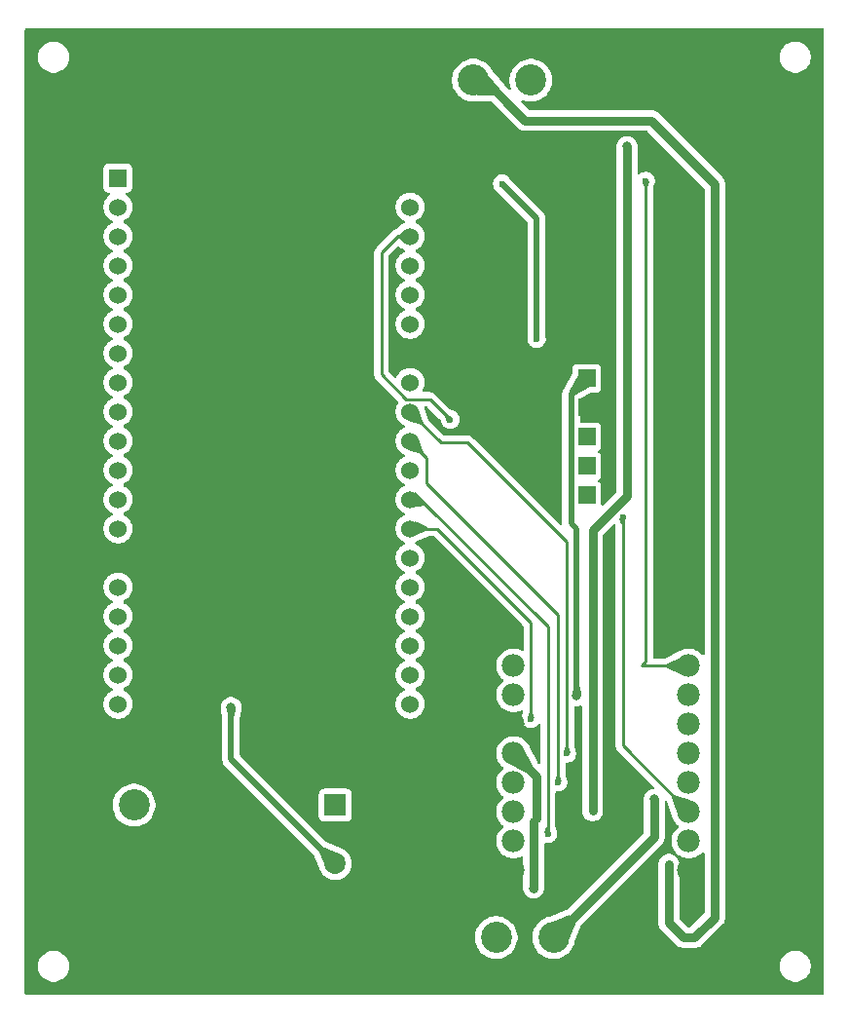
<source format=gbr>
%TF.GenerationSoftware,KiCad,Pcbnew,9.0.1*%
%TF.CreationDate,2025-04-18T16:29:56+02:00*%
%TF.ProjectId,Pendulo_Invertido,50656e64-756c-46f5-9f49-6e7665727469,rev?*%
%TF.SameCoordinates,Original*%
%TF.FileFunction,Copper,L2,Bot*%
%TF.FilePolarity,Positive*%
%FSLAX46Y46*%
G04 Gerber Fmt 4.6, Leading zero omitted, Abs format (unit mm)*
G04 Created by KiCad (PCBNEW 9.0.1) date 2025-04-18 16:29:56*
%MOMM*%
%LPD*%
G01*
G04 APERTURE LIST*
%TA.AperFunction,ComponentPad*%
%ADD10R,1.508000X1.508000*%
%TD*%
%TA.AperFunction,ComponentPad*%
%ADD11C,1.980000*%
%TD*%
%TA.AperFunction,ComponentPad*%
%ADD12R,1.860000X1.860000*%
%TD*%
%TA.AperFunction,ComponentPad*%
%ADD13C,1.860000*%
%TD*%
%TA.AperFunction,ComponentPad*%
%ADD14C,2.700000*%
%TD*%
%TA.AperFunction,ComponentPad*%
%ADD15R,1.530000X1.530000*%
%TD*%
%TA.AperFunction,ComponentPad*%
%ADD16C,1.530000*%
%TD*%
%TA.AperFunction,ViaPad*%
%ADD17C,0.600000*%
%TD*%
%TA.AperFunction,ViaPad*%
%ADD18C,0.800000*%
%TD*%
%TA.AperFunction,Conductor*%
%ADD19C,0.800000*%
%TD*%
%TA.AperFunction,Conductor*%
%ADD20C,0.200000*%
%TD*%
%TA.AperFunction,Conductor*%
%ADD21C,0.250000*%
%TD*%
%TA.AperFunction,Conductor*%
%ADD22C,0.550000*%
%TD*%
G04 APERTURE END LIST*
D10*
%TO.P,SEN0142,1,VIN*%
%TO.N,+3.3V*%
X148702550Y-82014250D03*
%TO.P,SEN0142,2,GND*%
%TO.N,GND*%
X148702550Y-84554250D03*
%TO.P,SEN0142,3,SDA*%
%TO.N,Net-(M1-SDA)*%
X148702550Y-87094250D03*
%TO.P,SEN0142,4,SCL*%
%TO.N,Net-(M1-SCL)*%
X148702550Y-89634250D03*
%TO.P,SEN0142,5,INT*%
%TO.N,unconnected-(M1-INT-Pad5)*%
X148702550Y-92174250D03*
%TD*%
D11*
%TO.P,ROB-1445,1,VM*%
%TO.N,+6V*%
X142347550Y-106974250D03*
%TO.P,ROB-1445,2,VCC*%
%TO.N,+3.3V*%
X142347550Y-109514250D03*
%TO.P,ROB-1445,3,GND*%
%TO.N,GND*%
X142347550Y-112054250D03*
%TO.P,ROB-1445,4,A01*%
%TO.N,Net-(U2-A01)*%
X142347550Y-114594250D03*
%TO.P,ROB-1445,5,A02*%
%TO.N,Net-(U2-A02)*%
X142347550Y-117134250D03*
%TO.P,ROB-1445,6,B02*%
%TO.N,Net-(U2-B02)*%
X142347550Y-119674250D03*
%TO.P,ROB-1445,7,B01*%
%TO.N,Net-(U2-B01)*%
X142347550Y-122214250D03*
%TO.P,ROB-1445,8,GND*%
%TO.N,GND*%
X142347550Y-124754250D03*
%TO.P,ROB-1445,9,GND*%
X157587550Y-124754250D03*
%TO.P,ROB-1445,10,PWMB*%
%TO.N,Net-(U1-IO16)*%
X157587550Y-122214250D03*
%TO.P,ROB-1445,11,BI2*%
%TO.N,Net-(U1-IO17)*%
X157587550Y-119674250D03*
%TO.P,ROB-1445,12,BI1*%
%TO.N,Net-(U1-IO5)*%
X157587550Y-117134250D03*
%TO.P,ROB-1445,13,STBY*%
%TO.N,Net-(U1-IO18)*%
X157587550Y-114594250D03*
%TO.P,ROB-1445,14,AI1*%
%TO.N,Net-(U1-IO4)*%
X157587550Y-112054250D03*
%TO.P,ROB-1445,15,AI2*%
%TO.N,Net-(U1-IO0)*%
X157587550Y-109514250D03*
%TO.P,ROB-1445,16,PWMA*%
%TO.N,Net-(U1-IO23)*%
X157587550Y-106974250D03*
%TD*%
D12*
%TO.P,LM7805CT,1,IN*%
%TO.N,+6V*%
X126847550Y-119094250D03*
D13*
%TO.P,LM7805CT,2,GND*%
%TO.N,GND*%
X126847550Y-121634250D03*
%TO.P,LM7805CT,3,OUT*%
%TO.N,+5V*%
X126847550Y-124174250D03*
%TD*%
D14*
%TO.P,XT 30 Alimentacion,P$1,+*%
%TO.N,+6V*%
X109347550Y-119094250D03*
%TO.P,XT 30 Alimentacion,P$2,-*%
%TO.N,GND*%
X109347550Y-124094250D03*
%TD*%
%TO.P,Motor DER.,P$1,+*%
%TO.N,Net-(U2-B01)*%
X138847550Y-56094250D03*
%TO.P,Motor DER.,P$2,-*%
%TO.N,Net-(U2-B02)*%
X143847550Y-56094250D03*
%TD*%
%TO.P,Motor IZ.,P$1,+*%
%TO.N,Net-(U2-A01)*%
X140847550Y-130594250D03*
%TO.P,Motor IZ.,P$2,-*%
%TO.N,Net-(U2-A02)*%
X145847550Y-130594250D03*
%TD*%
D15*
%TO.P,ESP32-DEVKITC-32D-F,1,3V3*%
%TO.N,+3.3V*%
X107946843Y-64594250D03*
D16*
%TO.P,ESP32-DEVKITC-32D-F,2,EN*%
%TO.N,unconnected-(U1-EN-Pad2)*%
X107946843Y-67134250D03*
%TO.P,ESP32-DEVKITC-32D-F,3,SENSOR_VP*%
%TO.N,unconnected-(U1-SENSOR_VP-Pad3)*%
X107946843Y-69674250D03*
%TO.P,ESP32-DEVKITC-32D-F,4,SENSOR_VN*%
%TO.N,unconnected-(U1-SENSOR_VN-Pad4)*%
X107946843Y-72214250D03*
%TO.P,ESP32-DEVKITC-32D-F,5,IO34*%
%TO.N,unconnected-(U1-IO34-Pad5)*%
X107946843Y-74754250D03*
%TO.P,ESP32-DEVKITC-32D-F,6,IO35*%
%TO.N,unconnected-(U1-IO35-Pad6)*%
X107946843Y-77294250D03*
%TO.P,ESP32-DEVKITC-32D-F,7,IO32*%
%TO.N,unconnected-(U1-IO32-Pad7)*%
X107946843Y-79834250D03*
%TO.P,ESP32-DEVKITC-32D-F,8,IO33*%
%TO.N,unconnected-(U1-IO33-Pad8)*%
X107946843Y-82374250D03*
%TO.P,ESP32-DEVKITC-32D-F,9,IO25*%
%TO.N,unconnected-(U1-IO25-Pad9)*%
X107946843Y-84914250D03*
%TO.P,ESP32-DEVKITC-32D-F,10,IO26*%
%TO.N,unconnected-(U1-IO26-Pad10)*%
X107946843Y-87454250D03*
%TO.P,ESP32-DEVKITC-32D-F,11,IO27*%
%TO.N,unconnected-(U1-IO27-Pad11)*%
X107946843Y-89994250D03*
%TO.P,ESP32-DEVKITC-32D-F,12,IO14*%
%TO.N,unconnected-(U1-IO14-Pad12)*%
X107946843Y-92534250D03*
%TO.P,ESP32-DEVKITC-32D-F,13,IO12*%
%TO.N,unconnected-(U1-IO12-Pad13)*%
X107946843Y-95074250D03*
%TO.P,ESP32-DEVKITC-32D-F,14,GND1*%
%TO.N,GND*%
X107946843Y-97614250D03*
%TO.P,ESP32-DEVKITC-32D-F,15,IO13*%
%TO.N,unconnected-(U1-IO13-Pad15)*%
X107946843Y-100154250D03*
%TO.P,ESP32-DEVKITC-32D-F,16,SD2*%
%TO.N,unconnected-(U1-SD2-Pad16)*%
X107946843Y-102694250D03*
%TO.P,ESP32-DEVKITC-32D-F,17,SD3*%
%TO.N,unconnected-(U1-SD3-Pad17)*%
X107946843Y-105234250D03*
%TO.P,ESP32-DEVKITC-32D-F,18,CMD*%
%TO.N,unconnected-(U1-CMD-Pad18)*%
X107946843Y-107774250D03*
%TO.P,ESP32-DEVKITC-32D-F,19,EXT_5V*%
%TO.N,+5V*%
X107946843Y-110314250D03*
%TO.P,ESP32-DEVKITC-32D-F,20,CLK*%
%TO.N,unconnected-(U1-CLK-Pad20)*%
X133346843Y-110314250D03*
%TO.P,ESP32-DEVKITC-32D-F,21,SD0*%
%TO.N,unconnected-(U1-SD0-Pad21)*%
X133346843Y-107774250D03*
%TO.P,ESP32-DEVKITC-32D-F,22,SD1*%
%TO.N,unconnected-(U1-SD1-Pad22)*%
X133346843Y-105234250D03*
%TO.P,ESP32-DEVKITC-32D-F,23,IO15*%
%TO.N,unconnected-(U1-IO15-Pad23)*%
X133346843Y-102694250D03*
%TO.P,ESP32-DEVKITC-32D-F,24,IO2*%
%TO.N,unconnected-(U1-IO2-Pad24)*%
X133346843Y-100154250D03*
%TO.P,ESP32-DEVKITC-32D-F,25,IO0*%
%TO.N,Net-(U1-IO0)*%
X133346843Y-97614250D03*
%TO.P,ESP32-DEVKITC-32D-F,26,IO4*%
%TO.N,Net-(U1-IO4)*%
X133346843Y-95074250D03*
%TO.P,ESP32-DEVKITC-32D-F,27,IO16*%
%TO.N,Net-(U1-IO16)*%
X133346843Y-92534250D03*
%TO.P,ESP32-DEVKITC-32D-F,28,IO17*%
%TO.N,Net-(U1-IO17)*%
X133346843Y-89994250D03*
%TO.P,ESP32-DEVKITC-32D-F,29,IO5*%
%TO.N,Net-(U1-IO5)*%
X133346843Y-87454250D03*
%TO.P,ESP32-DEVKITC-32D-F,30,IO18*%
%TO.N,Net-(U1-IO18)*%
X133346843Y-84914250D03*
%TO.P,ESP32-DEVKITC-32D-F,31,IO19*%
%TO.N,unconnected-(U1-IO19-Pad31)*%
X133346843Y-82374250D03*
%TO.P,ESP32-DEVKITC-32D-F,32,GND2*%
%TO.N,GND*%
X133346843Y-79834250D03*
%TO.P,ESP32-DEVKITC-32D-F,33,IO21*%
%TO.N,Net-(M1-SDA)*%
X133346843Y-77294250D03*
%TO.P,ESP32-DEVKITC-32D-F,34,RXD0*%
%TO.N,unconnected-(U1-RXD0-Pad34)*%
X133346843Y-74754250D03*
%TO.P,ESP32-DEVKITC-32D-F,35,TXD0*%
%TO.N,unconnected-(U1-TXD0-Pad35)*%
X133346843Y-72214250D03*
%TO.P,ESP32-DEVKITC-32D-F,36,IO22*%
%TO.N,Net-(M1-SCL)*%
X133346843Y-69674250D03*
%TO.P,ESP32-DEVKITC-32D-F,37,IO23*%
%TO.N,Net-(U1-IO23)*%
X133346843Y-67134250D03*
%TO.P,ESP32-DEVKITC-32D-F,38,GND3*%
%TO.N,GND*%
X133346843Y-64594250D03*
%TD*%
D17*
%TO.N,Net-(M1-SCL)*%
X136847550Y-85594250D03*
%TO.N,+3.3V*%
X141347550Y-65094250D03*
X144347550Y-78594250D03*
D18*
X147847550Y-109594250D03*
%TO.N,+5V*%
X117782550Y-110594250D03*
D17*
%TO.N,Net-(U1-IO16)*%
X145347550Y-121594250D03*
%TO.N,Net-(U1-IO5)*%
X146222750Y-117094250D03*
%TO.N,Net-(U1-IO23)*%
X153847550Y-64843623D03*
%TO.N,Net-(U1-IO18)*%
X146986450Y-114594250D03*
%TO.N,Net-(U1-IO17)*%
X151847550Y-94094250D03*
%TO.N,Net-(U1-IO4)*%
X143847550Y-111594250D03*
%TO.N,Net-(U2-B01)*%
X155842359Y-124219250D03*
D18*
%TO.N,Net-(U2-A01)*%
X144097550Y-126319250D03*
%TO.N,Net-(U2-A02)*%
X154579150Y-118594250D03*
%TO.N,Net-(U2-B02)*%
X152219950Y-61844250D03*
D17*
X149217450Y-119594250D03*
%TD*%
D19*
%TO.N,Net-(M1-SDA)*%
X133557550Y-77294250D02*
X133346843Y-77294250D01*
%TO.N,GND*%
X135847550Y-67094957D02*
X135847550Y-77333543D01*
D20*
X139347550Y-124254250D02*
X139847550Y-124754250D01*
X139347550Y-115054250D02*
X142347550Y-112054250D01*
X139347550Y-124254250D02*
X139347550Y-115054250D01*
D19*
X105847550Y-120594250D02*
X109347550Y-124094250D01*
D20*
X139847550Y-124754250D02*
X142347550Y-124754250D01*
D19*
X133346843Y-64594250D02*
X135847550Y-67094957D01*
X135847550Y-77333543D02*
X133346843Y-79834250D01*
X105847550Y-99713543D02*
X105847550Y-120594250D01*
X107946843Y-97614250D02*
X105847550Y-99713543D01*
D21*
%TO.N,Net-(M1-SCL)*%
X132427550Y-69674250D02*
X133346843Y-69674250D01*
X136735750Y-85706050D02*
X136735750Y-85482450D01*
X132347550Y-69594250D02*
X132427550Y-69674250D01*
X133015550Y-83823250D02*
X130847550Y-81655250D01*
X130847550Y-81655250D02*
X130847550Y-71094250D01*
X130847550Y-71094250D02*
X132347550Y-69594250D01*
X136847550Y-85594250D02*
X136735750Y-85706050D01*
X136735750Y-85482450D02*
X135076550Y-83823250D01*
X135076550Y-83823250D02*
X133015550Y-83823250D01*
D22*
%TO.N,+3.3V*%
X147347550Y-94603050D02*
X147347550Y-83369250D01*
X144347550Y-68094250D02*
X144347550Y-78594250D01*
X147347550Y-83369250D02*
X148702550Y-82014250D01*
X141347550Y-65094250D02*
X144347550Y-68094250D01*
X147847550Y-95103050D02*
X147347550Y-94603050D01*
X147847550Y-109594250D02*
X147847550Y-95103050D01*
%TO.N,+5V*%
X117782550Y-110594250D02*
X117782550Y-115109250D01*
X117782550Y-115109250D02*
X126847550Y-124174250D01*
D21*
%TO.N,Net-(U1-IO16)*%
X134287550Y-92534250D02*
X133346843Y-92534250D01*
X145347550Y-103594250D02*
X134287550Y-92534250D01*
X145347550Y-121594250D02*
X145347550Y-103594250D01*
%TO.N,Net-(U1-IO5)*%
X134815950Y-88923357D02*
X133346843Y-87454250D01*
X134815950Y-91112750D02*
X134815950Y-88923357D01*
X146222750Y-102519550D02*
X134815950Y-91112750D01*
X146222750Y-117094250D02*
X146222750Y-102519550D01*
%TO.N,Net-(U1-IO23)*%
X153847550Y-64843623D02*
X153847550Y-106584250D01*
X153847550Y-106584250D02*
X153457550Y-106974250D01*
X153457550Y-106974250D02*
X157587550Y-106974250D01*
%TO.N,Net-(U1-IO18)*%
X146986450Y-96223150D02*
X138357550Y-87594250D01*
X136026843Y-87594250D02*
X133346843Y-84914250D01*
X138357550Y-87594250D02*
X136026843Y-87594250D01*
X146986450Y-114594250D02*
X146986450Y-96223150D01*
%TO.N,Net-(U1-IO17)*%
X151847550Y-113934250D02*
X157587550Y-119674250D01*
X151847550Y-94094250D02*
X151847550Y-113934250D01*
X133347550Y-90412150D02*
X133347550Y-90204250D01*
%TO.N,Net-(U1-IO4)*%
X143847550Y-103244250D02*
X135677550Y-95074250D01*
X135677550Y-95074250D02*
X133346843Y-95074250D01*
X143847550Y-111594250D02*
X143847550Y-103244250D01*
D19*
%TO.N,Net-(U2-B01)*%
X155847550Y-124224441D02*
X155847550Y-129344250D01*
X158097550Y-130594250D02*
X159847550Y-128844250D01*
X154347550Y-59594250D02*
X143347550Y-59594250D01*
X157097550Y-130594250D02*
X158097550Y-130594250D01*
D21*
X155842359Y-124219250D02*
X155847550Y-124224441D01*
D19*
X143347550Y-59594250D02*
X138847550Y-55094250D01*
X159847550Y-65094250D02*
X154347550Y-59594250D01*
X155847550Y-129344250D02*
X157097550Y-130594250D01*
X159847550Y-128844250D02*
X159847550Y-65094250D01*
%TO.N,Net-(U2-A01)*%
X144347550Y-116594250D02*
X142347550Y-114594250D01*
X144347550Y-120224250D02*
X144347550Y-116594250D01*
X144097550Y-126319250D02*
X144097550Y-120474250D01*
D21*
X144097550Y-120474250D02*
X144347550Y-120224250D01*
D19*
%TO.N,Net-(U2-A02)*%
X154579150Y-118594250D02*
X154579150Y-121862650D01*
X154579150Y-121862650D02*
X145847550Y-130594250D01*
%TO.N,Net-(U2-B02)*%
X149217450Y-119594250D02*
X149217450Y-95224350D01*
X149217450Y-95224350D02*
X152219950Y-92221850D01*
X152219950Y-92221850D02*
X152219950Y-61844250D01*
%TD*%
%TA.AperFunction,Conductor*%
%TO.N,GND*%
G36*
X169290089Y-51614435D02*
G01*
X169335844Y-51667239D01*
X169347050Y-51718750D01*
X169347050Y-135469750D01*
X169327365Y-135536789D01*
X169274561Y-135582544D01*
X169223050Y-135593750D01*
X99972050Y-135593750D01*
X99905011Y-135574065D01*
X99859256Y-135521261D01*
X99848050Y-135469750D01*
X99848050Y-132987963D01*
X100997050Y-132987963D01*
X100997050Y-133200536D01*
X101030303Y-133410489D01*
X101095994Y-133612664D01*
X101192501Y-133802070D01*
X101317440Y-133974036D01*
X101467763Y-134124359D01*
X101639729Y-134249298D01*
X101639731Y-134249299D01*
X101639734Y-134249301D01*
X101829138Y-134345807D01*
X102031307Y-134411496D01*
X102241263Y-134444750D01*
X102241264Y-134444750D01*
X102453836Y-134444750D01*
X102453837Y-134444750D01*
X102663793Y-134411496D01*
X102865962Y-134345807D01*
X103055366Y-134249301D01*
X103077339Y-134233336D01*
X103227336Y-134124359D01*
X103227338Y-134124356D01*
X103227342Y-134124354D01*
X103377654Y-133974042D01*
X103377656Y-133974038D01*
X103377659Y-133974036D01*
X103502598Y-133802070D01*
X103502597Y-133802070D01*
X103502601Y-133802066D01*
X103599107Y-133612662D01*
X103664796Y-133410493D01*
X103698050Y-133200537D01*
X103698050Y-132987963D01*
X165497050Y-132987963D01*
X165497050Y-133200536D01*
X165530303Y-133410489D01*
X165595994Y-133612664D01*
X165692501Y-133802070D01*
X165817440Y-133974036D01*
X165967763Y-134124359D01*
X166139729Y-134249298D01*
X166139731Y-134249299D01*
X166139734Y-134249301D01*
X166329138Y-134345807D01*
X166531307Y-134411496D01*
X166741263Y-134444750D01*
X166741264Y-134444750D01*
X166953836Y-134444750D01*
X166953837Y-134444750D01*
X167163793Y-134411496D01*
X167365962Y-134345807D01*
X167555366Y-134249301D01*
X167577339Y-134233336D01*
X167727336Y-134124359D01*
X167727338Y-134124356D01*
X167727342Y-134124354D01*
X167877654Y-133974042D01*
X167877656Y-133974038D01*
X167877659Y-133974036D01*
X168002598Y-133802070D01*
X168002597Y-133802070D01*
X168002601Y-133802066D01*
X168099107Y-133612662D01*
X168164796Y-133410493D01*
X168198050Y-133200537D01*
X168198050Y-132987963D01*
X168164796Y-132778007D01*
X168099107Y-132575838D01*
X168002601Y-132386434D01*
X168002599Y-132386431D01*
X168002598Y-132386429D01*
X167877659Y-132214463D01*
X167727336Y-132064140D01*
X167555370Y-131939201D01*
X167365964Y-131842694D01*
X167365963Y-131842693D01*
X167365962Y-131842693D01*
X167163793Y-131777004D01*
X167163791Y-131777003D01*
X167163790Y-131777003D01*
X167002507Y-131751458D01*
X166953837Y-131743750D01*
X166741263Y-131743750D01*
X166692592Y-131751458D01*
X166531310Y-131777003D01*
X166329135Y-131842694D01*
X166139729Y-131939201D01*
X165967763Y-132064140D01*
X165817440Y-132214463D01*
X165692501Y-132386429D01*
X165595994Y-132575835D01*
X165530303Y-132778010D01*
X165497050Y-132987963D01*
X103698050Y-132987963D01*
X103664796Y-132778007D01*
X103599107Y-132575838D01*
X103502601Y-132386434D01*
X103502599Y-132386431D01*
X103502598Y-132386429D01*
X103377659Y-132214463D01*
X103227336Y-132064140D01*
X103055370Y-131939201D01*
X102865964Y-131842694D01*
X102865963Y-131842693D01*
X102865962Y-131842693D01*
X102663793Y-131777004D01*
X102663791Y-131777003D01*
X102663790Y-131777003D01*
X102502507Y-131751458D01*
X102453837Y-131743750D01*
X102241263Y-131743750D01*
X102192592Y-131751458D01*
X102031310Y-131777003D01*
X101829135Y-131842694D01*
X101639729Y-131939201D01*
X101467763Y-132064140D01*
X101317440Y-132214463D01*
X101192501Y-132386429D01*
X101095994Y-132575835D01*
X101030303Y-132778010D01*
X100997050Y-132987963D01*
X99848050Y-132987963D01*
X99848050Y-130472961D01*
X138997050Y-130472961D01*
X138997050Y-130715538D01*
X139028711Y-130956035D01*
X139091497Y-131190354D01*
X139147387Y-131325284D01*
X139184326Y-131414462D01*
X139305614Y-131624539D01*
X139305616Y-131624542D01*
X139305617Y-131624543D01*
X139453283Y-131816986D01*
X139453289Y-131816993D01*
X139624806Y-131988510D01*
X139624812Y-131988515D01*
X139817261Y-132136186D01*
X140027338Y-132257474D01*
X140251450Y-132350304D01*
X140485761Y-132413088D01*
X140666136Y-132436834D01*
X140726261Y-132444750D01*
X140726262Y-132444750D01*
X140968839Y-132444750D01*
X141016938Y-132438417D01*
X141209339Y-132413088D01*
X141443650Y-132350304D01*
X141667762Y-132257474D01*
X141877839Y-132136186D01*
X142070288Y-131988515D01*
X142241815Y-131816988D01*
X142389486Y-131624539D01*
X142510774Y-131414462D01*
X142603604Y-131190350D01*
X142666388Y-130956039D01*
X142698050Y-130715538D01*
X142698050Y-130472962D01*
X142666388Y-130232461D01*
X142603604Y-129998150D01*
X142510774Y-129774038D01*
X142389486Y-129563961D01*
X142288952Y-129432942D01*
X142241816Y-129371513D01*
X142241810Y-129371506D01*
X142070293Y-129199989D01*
X142070286Y-129199983D01*
X141877843Y-129052317D01*
X141877842Y-129052316D01*
X141877839Y-129052314D01*
X141671088Y-128932946D01*
X141667764Y-128931027D01*
X141667755Y-128931023D01*
X141443654Y-128838197D01*
X141209335Y-128775411D01*
X140968839Y-128743750D01*
X140968838Y-128743750D01*
X140726262Y-128743750D01*
X140726261Y-128743750D01*
X140485764Y-128775411D01*
X140251445Y-128838197D01*
X140027344Y-128931023D01*
X140027335Y-128931027D01*
X139817256Y-129052317D01*
X139624813Y-129199983D01*
X139624806Y-129199989D01*
X139453289Y-129371506D01*
X139453283Y-129371513D01*
X139305617Y-129563956D01*
X139184327Y-129774035D01*
X139184323Y-129774044D01*
X139091497Y-129998145D01*
X139028711Y-130232464D01*
X138997050Y-130472961D01*
X99848050Y-130472961D01*
X99848050Y-118972961D01*
X107497050Y-118972961D01*
X107497050Y-119215538D01*
X107528711Y-119456035D01*
X107591497Y-119690354D01*
X107660490Y-119856917D01*
X107684326Y-119914462D01*
X107805614Y-120124539D01*
X107805616Y-120124542D01*
X107805617Y-120124543D01*
X107953283Y-120316986D01*
X107953289Y-120316993D01*
X108124806Y-120488510D01*
X108124813Y-120488516D01*
X108163682Y-120518341D01*
X108317261Y-120636186D01*
X108527338Y-120757474D01*
X108751450Y-120850304D01*
X108985761Y-120913088D01*
X109166136Y-120936834D01*
X109226261Y-120944750D01*
X109226262Y-120944750D01*
X109468839Y-120944750D01*
X109516938Y-120938417D01*
X109709339Y-120913088D01*
X109943650Y-120850304D01*
X110167762Y-120757474D01*
X110377839Y-120636186D01*
X110570288Y-120488515D01*
X110741815Y-120316988D01*
X110889486Y-120124539D01*
X111010774Y-119914462D01*
X111103604Y-119690350D01*
X111166388Y-119456039D01*
X111198050Y-119215538D01*
X111198050Y-118972962D01*
X111166388Y-118732461D01*
X111103604Y-118498150D01*
X111010774Y-118274038D01*
X110889486Y-118063961D01*
X110775524Y-117915442D01*
X110741816Y-117871513D01*
X110741810Y-117871506D01*
X110570293Y-117699989D01*
X110570286Y-117699983D01*
X110377843Y-117552317D01*
X110377842Y-117552316D01*
X110377839Y-117552314D01*
X110167762Y-117431026D01*
X110167755Y-117431023D01*
X109943654Y-117338197D01*
X109709335Y-117275411D01*
X109468839Y-117243750D01*
X109468838Y-117243750D01*
X109226262Y-117243750D01*
X109226261Y-117243750D01*
X108985764Y-117275411D01*
X108751445Y-117338197D01*
X108527344Y-117431023D01*
X108527335Y-117431027D01*
X108317256Y-117552317D01*
X108124813Y-117699983D01*
X108124806Y-117699989D01*
X107953289Y-117871506D01*
X107953283Y-117871513D01*
X107805617Y-118063956D01*
X107684327Y-118274035D01*
X107684323Y-118274044D01*
X107591497Y-118498145D01*
X107528711Y-118732464D01*
X107497050Y-118972961D01*
X99848050Y-118972961D01*
X99848050Y-100054653D01*
X106681343Y-100054653D01*
X106681343Y-100253846D01*
X106712504Y-100450590D01*
X106712504Y-100450593D01*
X106774056Y-100640030D01*
X106774058Y-100640033D01*
X106864490Y-100817516D01*
X106981574Y-100978668D01*
X107122425Y-101119519D01*
X107283577Y-101236603D01*
X107353296Y-101272127D01*
X107435015Y-101313765D01*
X107485811Y-101361740D01*
X107502606Y-101429561D01*
X107480068Y-101495696D01*
X107435015Y-101534735D01*
X107283576Y-101611897D01*
X107191633Y-101678697D01*
X107122425Y-101728981D01*
X107122423Y-101728983D01*
X107122422Y-101728983D01*
X106981576Y-101869829D01*
X106981576Y-101869830D01*
X106981574Y-101869832D01*
X106931290Y-101939040D01*
X106864490Y-102030983D01*
X106774056Y-102208469D01*
X106712504Y-102397906D01*
X106712504Y-102397909D01*
X106681343Y-102594653D01*
X106681343Y-102793846D01*
X106712504Y-102990590D01*
X106712504Y-102990593D01*
X106774056Y-103180030D01*
X106774058Y-103180033D01*
X106864490Y-103357516D01*
X106981574Y-103518668D01*
X107122425Y-103659519D01*
X107283577Y-103776603D01*
X107349101Y-103809989D01*
X107435015Y-103853765D01*
X107485811Y-103901740D01*
X107502606Y-103969561D01*
X107480068Y-104035696D01*
X107435015Y-104074735D01*
X107283576Y-104151897D01*
X107191633Y-104218697D01*
X107122425Y-104268981D01*
X107122423Y-104268983D01*
X107122422Y-104268983D01*
X106981576Y-104409829D01*
X106981576Y-104409830D01*
X106981574Y-104409832D01*
X106931290Y-104479040D01*
X106864490Y-104570983D01*
X106774056Y-104748469D01*
X106712504Y-104937906D01*
X106712504Y-104937909D01*
X106681343Y-105134653D01*
X106681343Y-105333846D01*
X106712504Y-105530590D01*
X106712504Y-105530593D01*
X106774056Y-105720030D01*
X106833836Y-105837354D01*
X106864490Y-105897516D01*
X106981574Y-106058668D01*
X107122425Y-106199519D01*
X107283577Y-106316603D01*
X107316198Y-106333224D01*
X107435015Y-106393765D01*
X107485811Y-106441740D01*
X107502606Y-106509561D01*
X107480068Y-106575696D01*
X107435015Y-106614735D01*
X107283576Y-106691897D01*
X107191633Y-106758697D01*
X107122425Y-106808981D01*
X107122423Y-106808983D01*
X107122422Y-106808983D01*
X106981576Y-106949829D01*
X106981576Y-106949830D01*
X106981574Y-106949832D01*
X106931290Y-107019040D01*
X106864490Y-107110983D01*
X106774056Y-107288469D01*
X106712504Y-107477906D01*
X106712504Y-107477909D01*
X106681343Y-107674653D01*
X106681343Y-107873847D01*
X106692255Y-107942744D01*
X106712504Y-108070590D01*
X106712504Y-108070593D01*
X106774056Y-108260030D01*
X106817131Y-108344569D01*
X106864490Y-108437516D01*
X106981574Y-108598668D01*
X107122425Y-108739519D01*
X107283577Y-108856603D01*
X107353296Y-108892127D01*
X107435015Y-108933765D01*
X107485811Y-108981740D01*
X107502606Y-109049561D01*
X107480068Y-109115696D01*
X107435015Y-109154735D01*
X107283576Y-109231897D01*
X107191633Y-109298697D01*
X107122425Y-109348981D01*
X107122423Y-109348983D01*
X107122422Y-109348983D01*
X106981576Y-109489829D01*
X106981576Y-109489830D01*
X106981574Y-109489832D01*
X106931290Y-109559040D01*
X106864490Y-109650983D01*
X106774056Y-109828469D01*
X106712504Y-110017906D01*
X106712504Y-110017909D01*
X106712139Y-110020215D01*
X106681343Y-110214653D01*
X106681343Y-110413847D01*
X106692255Y-110482744D01*
X106712504Y-110610590D01*
X106712504Y-110610593D01*
X106774056Y-110800030D01*
X106832499Y-110914730D01*
X106864490Y-110977516D01*
X106981574Y-111138668D01*
X107122425Y-111279519D01*
X107283577Y-111396603D01*
X107451369Y-111482097D01*
X107461062Y-111487036D01*
X107650500Y-111548588D01*
X107650501Y-111548588D01*
X107650504Y-111548589D01*
X107847246Y-111579750D01*
X107847247Y-111579750D01*
X108046439Y-111579750D01*
X108046440Y-111579750D01*
X108243182Y-111548589D01*
X108243185Y-111548588D01*
X108243186Y-111548588D01*
X108432623Y-111487036D01*
X108432623Y-111487035D01*
X108432626Y-111487035D01*
X108610109Y-111396603D01*
X108771261Y-111279519D01*
X108912112Y-111138668D01*
X109029196Y-110977516D01*
X109119628Y-110800033D01*
X109130897Y-110765350D01*
X109181181Y-110610593D01*
X109181182Y-110610588D01*
X109197817Y-110505559D01*
X109197818Y-110505554D01*
X116882050Y-110505554D01*
X116882050Y-110505559D01*
X116882050Y-110682941D01*
X116890529Y-110725569D01*
X116892886Y-110747279D01*
X116893247Y-110765336D01*
X116893247Y-110765345D01*
X116932794Y-111006131D01*
X116997211Y-111398339D01*
X117005411Y-111448262D01*
X117007050Y-111468359D01*
X117007050Y-115185634D01*
X117036850Y-115335447D01*
X117036852Y-115335455D01*
X117095309Y-115476584D01*
X117095314Y-115476593D01*
X117180179Y-115603601D01*
X117180182Y-115603605D01*
X124904931Y-123328353D01*
X124930520Y-123365578D01*
X125482822Y-124605453D01*
X125487483Y-124617590D01*
X125521855Y-124723374D01*
X125521856Y-124723375D01*
X125624077Y-124923995D01*
X125671139Y-124988771D01*
X125681361Y-125003731D01*
X125683229Y-125005413D01*
X125688466Y-125012620D01*
X125688473Y-125012629D01*
X125756426Y-125106158D01*
X125915642Y-125265374D01*
X126097805Y-125397723D01*
X126192591Y-125446019D01*
X126298424Y-125499944D01*
X126298426Y-125499944D01*
X126298429Y-125499946D01*
X126413216Y-125537242D01*
X126512573Y-125569526D01*
X126623770Y-125587138D01*
X126734967Y-125604750D01*
X126734968Y-125604750D01*
X126960132Y-125604750D01*
X126960133Y-125604750D01*
X127182526Y-125569526D01*
X127396671Y-125499946D01*
X127597295Y-125397723D01*
X127779458Y-125265374D01*
X127938674Y-125106158D01*
X128071023Y-124923995D01*
X128173246Y-124723371D01*
X128242826Y-124509226D01*
X128278050Y-124286833D01*
X128278050Y-124061667D01*
X128262230Y-123961782D01*
X128242826Y-123839273D01*
X128199116Y-123704750D01*
X128173246Y-123625129D01*
X128173244Y-123625126D01*
X128173244Y-123625124D01*
X128072004Y-123426431D01*
X128071023Y-123424505D01*
X127938674Y-123242342D01*
X127779458Y-123083126D01*
X127597295Y-122950777D01*
X127396675Y-122848555D01*
X127290886Y-122814182D01*
X127278749Y-122809521D01*
X126038880Y-122257222D01*
X126001655Y-122231633D01*
X121886407Y-118116385D01*
X125417050Y-118116385D01*
X125417050Y-120072120D01*
X125417051Y-120072126D01*
X125423458Y-120131733D01*
X125473752Y-120266578D01*
X125473756Y-120266585D01*
X125560002Y-120381794D01*
X125560005Y-120381797D01*
X125675214Y-120468043D01*
X125675221Y-120468047D01*
X125810067Y-120518341D01*
X125810066Y-120518341D01*
X125816994Y-120519085D01*
X125869677Y-120524750D01*
X127825422Y-120524749D01*
X127885033Y-120518341D01*
X128019881Y-120468046D01*
X128135096Y-120381796D01*
X128221346Y-120266581D01*
X128271641Y-120131733D01*
X128278050Y-120072123D01*
X128278049Y-118116378D01*
X128271641Y-118056767D01*
X128221346Y-117921919D01*
X128221345Y-117921918D01*
X128221343Y-117921914D01*
X128135097Y-117806705D01*
X128135094Y-117806702D01*
X128019885Y-117720456D01*
X128019878Y-117720452D01*
X127885032Y-117670158D01*
X127885033Y-117670158D01*
X127825433Y-117663751D01*
X127825431Y-117663750D01*
X127825423Y-117663750D01*
X127825414Y-117663750D01*
X125869679Y-117663750D01*
X125869673Y-117663751D01*
X125810066Y-117670158D01*
X125675221Y-117720452D01*
X125675214Y-117720456D01*
X125560005Y-117806702D01*
X125560002Y-117806705D01*
X125473756Y-117921914D01*
X125473752Y-117921921D01*
X125423458Y-118056767D01*
X125417051Y-118116366D01*
X125417051Y-118116373D01*
X125417050Y-118116385D01*
X121886407Y-118116385D01*
X118594369Y-114824347D01*
X118560884Y-114763024D01*
X118558050Y-114736666D01*
X118558050Y-111468358D01*
X118559689Y-111448261D01*
X118568173Y-111396603D01*
X118671851Y-110765349D01*
X118677162Y-110720648D01*
X118677161Y-110720646D01*
X118677848Y-110714872D01*
X118677925Y-110714881D01*
X118679470Y-110700933D01*
X118683050Y-110682941D01*
X118683050Y-110505559D01*
X118683050Y-110505556D01*
X118683049Y-110505554D01*
X118648446Y-110331591D01*
X118648443Y-110331582D01*
X118580566Y-110167709D01*
X118580559Y-110167696D01*
X118482014Y-110020215D01*
X118482011Y-110020211D01*
X118356588Y-109894788D01*
X118356584Y-109894785D01*
X118209103Y-109796240D01*
X118209090Y-109796233D01*
X118045217Y-109728356D01*
X118045208Y-109728353D01*
X117871244Y-109693750D01*
X117871241Y-109693750D01*
X117693859Y-109693750D01*
X117693856Y-109693750D01*
X117519891Y-109728353D01*
X117519882Y-109728356D01*
X117356009Y-109796233D01*
X117355996Y-109796240D01*
X117208515Y-109894785D01*
X117208511Y-109894788D01*
X117083088Y-110020211D01*
X117083085Y-110020215D01*
X116984540Y-110167696D01*
X116984533Y-110167709D01*
X116916656Y-110331582D01*
X116916653Y-110331591D01*
X116882050Y-110505554D01*
X109197818Y-110505554D01*
X109212343Y-110413847D01*
X109212343Y-110214653D01*
X109181182Y-110017911D01*
X109181181Y-110017907D01*
X109181181Y-110017906D01*
X109119629Y-109828469D01*
X109119628Y-109828467D01*
X109029196Y-109650984D01*
X108912112Y-109489832D01*
X108771261Y-109348981D01*
X108610109Y-109231897D01*
X108458670Y-109154735D01*
X108407874Y-109106760D01*
X108391079Y-109038939D01*
X108413616Y-108972804D01*
X108458670Y-108933765D01*
X108467959Y-108929031D01*
X108610109Y-108856603D01*
X108771261Y-108739519D01*
X108912112Y-108598668D01*
X109029196Y-108437516D01*
X109119628Y-108260033D01*
X109145227Y-108181248D01*
X109181181Y-108070593D01*
X109181181Y-108070592D01*
X109181182Y-108070589D01*
X109212343Y-107873847D01*
X109212343Y-107674653D01*
X109181182Y-107477911D01*
X109181181Y-107477907D01*
X109181181Y-107477906D01*
X109119629Y-107288469D01*
X109029195Y-107110983D01*
X109015079Y-107091554D01*
X108912112Y-106949832D01*
X108771261Y-106808981D01*
X108610109Y-106691897D01*
X108458670Y-106614735D01*
X108407874Y-106566760D01*
X108391079Y-106498939D01*
X108413616Y-106432804D01*
X108458670Y-106393765D01*
X108467959Y-106389031D01*
X108610109Y-106316603D01*
X108771261Y-106199519D01*
X108912112Y-106058668D01*
X109029196Y-105897516D01*
X109119628Y-105720033D01*
X109125540Y-105701837D01*
X109181181Y-105530593D01*
X109181181Y-105530592D01*
X109181182Y-105530589D01*
X109212343Y-105333847D01*
X109212343Y-105134653D01*
X109181182Y-104937911D01*
X109181181Y-104937907D01*
X109181181Y-104937906D01*
X109119629Y-104748469D01*
X109029195Y-104570983D01*
X108912112Y-104409832D01*
X108771261Y-104268981D01*
X108610109Y-104151897D01*
X108458670Y-104074735D01*
X108407874Y-104026760D01*
X108391079Y-103958939D01*
X108413616Y-103892804D01*
X108458670Y-103853765D01*
X108492234Y-103836663D01*
X108610109Y-103776603D01*
X108771261Y-103659519D01*
X108912112Y-103518668D01*
X109029196Y-103357516D01*
X109119628Y-103180033D01*
X109181182Y-102990589D01*
X109212343Y-102793847D01*
X109212343Y-102594653D01*
X109181182Y-102397911D01*
X109181181Y-102397907D01*
X109181181Y-102397906D01*
X109119629Y-102208469D01*
X109029195Y-102030983D01*
X108912112Y-101869832D01*
X108771261Y-101728981D01*
X108610109Y-101611897D01*
X108560445Y-101586592D01*
X108458670Y-101534735D01*
X108407874Y-101486760D01*
X108391079Y-101418939D01*
X108413616Y-101352804D01*
X108458670Y-101313765D01*
X108467959Y-101309031D01*
X108610109Y-101236603D01*
X108771261Y-101119519D01*
X108912112Y-100978668D01*
X109029196Y-100817516D01*
X109119628Y-100640033D01*
X109181182Y-100450589D01*
X109212343Y-100253847D01*
X109212343Y-100054653D01*
X109181182Y-99857911D01*
X109181181Y-99857907D01*
X109181181Y-99857906D01*
X109119629Y-99668469D01*
X109029195Y-99490983D01*
X108912112Y-99329832D01*
X108771261Y-99188981D01*
X108610109Y-99071897D01*
X108432623Y-98981463D01*
X108243185Y-98919911D01*
X108051560Y-98889561D01*
X108046440Y-98888750D01*
X107847246Y-98888750D01*
X107842126Y-98889561D01*
X107650502Y-98919911D01*
X107650499Y-98919911D01*
X107461062Y-98981463D01*
X107283576Y-99071897D01*
X107191633Y-99138697D01*
X107122425Y-99188981D01*
X107122423Y-99188983D01*
X107122422Y-99188983D01*
X106981576Y-99329829D01*
X106981576Y-99329830D01*
X106981574Y-99329832D01*
X106931290Y-99399040D01*
X106864490Y-99490983D01*
X106774056Y-99668469D01*
X106712504Y-99857906D01*
X106712504Y-99857909D01*
X106681343Y-100054653D01*
X99848050Y-100054653D01*
X99848050Y-63781385D01*
X106681343Y-63781385D01*
X106681343Y-65407120D01*
X106681344Y-65407126D01*
X106687751Y-65466733D01*
X106738045Y-65601578D01*
X106738049Y-65601585D01*
X106824295Y-65716794D01*
X106824298Y-65716797D01*
X106939507Y-65803043D01*
X106939514Y-65803047D01*
X107074360Y-65853341D01*
X107074359Y-65853341D01*
X107081287Y-65854085D01*
X107133970Y-65859750D01*
X107166411Y-65859749D01*
X107233448Y-65879432D01*
X107279204Y-65932234D01*
X107289149Y-66001393D01*
X107260126Y-66064949D01*
X107239298Y-66084066D01*
X107122425Y-66168980D01*
X106981576Y-66309829D01*
X106981576Y-66309830D01*
X106981574Y-66309832D01*
X106931290Y-66379040D01*
X106864490Y-66470983D01*
X106774056Y-66648469D01*
X106712504Y-66837906D01*
X106712504Y-66837909D01*
X106681343Y-67034653D01*
X106681343Y-67233846D01*
X106712504Y-67430590D01*
X106712504Y-67430593D01*
X106774056Y-67620030D01*
X106774058Y-67620033D01*
X106864490Y-67797516D01*
X106981574Y-67958668D01*
X107122425Y-68099519D01*
X107283577Y-68216603D01*
X107353296Y-68252127D01*
X107435015Y-68293765D01*
X107485811Y-68341740D01*
X107502606Y-68409561D01*
X107480068Y-68475696D01*
X107435015Y-68514735D01*
X107283576Y-68591897D01*
X107191633Y-68658697D01*
X107122425Y-68708981D01*
X107122423Y-68708983D01*
X107122422Y-68708983D01*
X106981576Y-68849829D01*
X106981576Y-68849830D01*
X106981574Y-68849832D01*
X106965295Y-68872238D01*
X106864490Y-69010983D01*
X106774056Y-69188469D01*
X106712504Y-69377906D01*
X106712504Y-69377909D01*
X106681343Y-69574653D01*
X106681343Y-69773846D01*
X106712504Y-69970590D01*
X106712504Y-69970593D01*
X106774056Y-70160030D01*
X106774058Y-70160033D01*
X106864490Y-70337516D01*
X106981574Y-70498668D01*
X107122425Y-70639519D01*
X107283577Y-70756603D01*
X107353296Y-70792127D01*
X107435015Y-70833765D01*
X107485811Y-70881740D01*
X107502606Y-70949561D01*
X107480068Y-71015696D01*
X107435015Y-71054735D01*
X107283576Y-71131897D01*
X107191633Y-71198697D01*
X107122425Y-71248981D01*
X107122423Y-71248983D01*
X107122422Y-71248983D01*
X106981576Y-71389829D01*
X106981576Y-71389830D01*
X106981574Y-71389832D01*
X106931290Y-71459040D01*
X106864490Y-71550983D01*
X106774056Y-71728469D01*
X106712504Y-71917906D01*
X106712504Y-71917909D01*
X106681343Y-72114653D01*
X106681343Y-72313846D01*
X106712504Y-72510590D01*
X106712504Y-72510593D01*
X106774056Y-72700030D01*
X106774058Y-72700033D01*
X106864490Y-72877516D01*
X106981574Y-73038668D01*
X107122425Y-73179519D01*
X107283577Y-73296603D01*
X107353296Y-73332127D01*
X107435015Y-73373765D01*
X107485811Y-73421740D01*
X107502606Y-73489561D01*
X107480068Y-73555696D01*
X107435015Y-73594735D01*
X107283576Y-73671897D01*
X107191633Y-73738697D01*
X107122425Y-73788981D01*
X107122423Y-73788983D01*
X107122422Y-73788983D01*
X106981576Y-73929829D01*
X106981576Y-73929830D01*
X106981574Y-73929832D01*
X106931290Y-73999040D01*
X106864490Y-74090983D01*
X106774056Y-74268469D01*
X106712504Y-74457906D01*
X106712504Y-74457909D01*
X106681343Y-74654653D01*
X106681343Y-74853846D01*
X106712504Y-75050590D01*
X106712504Y-75050593D01*
X106774056Y-75240030D01*
X106774058Y-75240033D01*
X106864490Y-75417516D01*
X106981574Y-75578668D01*
X107122425Y-75719519D01*
X107283577Y-75836603D01*
X107353296Y-75872127D01*
X107435015Y-75913765D01*
X107485811Y-75961740D01*
X107502606Y-76029561D01*
X107480068Y-76095696D01*
X107435015Y-76134735D01*
X107283576Y-76211897D01*
X107191633Y-76278697D01*
X107122425Y-76328981D01*
X107122423Y-76328983D01*
X107122422Y-76328983D01*
X106981576Y-76469829D01*
X106981576Y-76469830D01*
X106981574Y-76469832D01*
X106931290Y-76539040D01*
X106864490Y-76630983D01*
X106774056Y-76808469D01*
X106712504Y-76997906D01*
X106712504Y-76997909D01*
X106681343Y-77194653D01*
X106681343Y-77393846D01*
X106712504Y-77590590D01*
X106712504Y-77590593D01*
X106774056Y-77780030D01*
X106774058Y-77780033D01*
X106864490Y-77957516D01*
X106981574Y-78118668D01*
X107122425Y-78259519D01*
X107283577Y-78376603D01*
X107332843Y-78401705D01*
X107435015Y-78453765D01*
X107485811Y-78501740D01*
X107502606Y-78569561D01*
X107480068Y-78635696D01*
X107435015Y-78674735D01*
X107283576Y-78751897D01*
X107191633Y-78818697D01*
X107122425Y-78868981D01*
X107122423Y-78868983D01*
X107122422Y-78868983D01*
X106981576Y-79009829D01*
X106981576Y-79009830D01*
X106981574Y-79009832D01*
X106931290Y-79079040D01*
X106864490Y-79170983D01*
X106774056Y-79348469D01*
X106712504Y-79537906D01*
X106712504Y-79537909D01*
X106681343Y-79734653D01*
X106681343Y-79933846D01*
X106712504Y-80130590D01*
X106712504Y-80130593D01*
X106774056Y-80320030D01*
X106774058Y-80320033D01*
X106864490Y-80497516D01*
X106981574Y-80658668D01*
X107122425Y-80799519D01*
X107283577Y-80916603D01*
X107353296Y-80952127D01*
X107435015Y-80993765D01*
X107485811Y-81041740D01*
X107502606Y-81109561D01*
X107480068Y-81175696D01*
X107435015Y-81214735D01*
X107283576Y-81291897D01*
X107210765Y-81344798D01*
X107122425Y-81408981D01*
X107122423Y-81408983D01*
X107122422Y-81408983D01*
X106981576Y-81549829D01*
X106981576Y-81549830D01*
X106981574Y-81549832D01*
X106931290Y-81619040D01*
X106864490Y-81710983D01*
X106774056Y-81888469D01*
X106712504Y-82077906D01*
X106712504Y-82077909D01*
X106681343Y-82274653D01*
X106681343Y-82473846D01*
X106712504Y-82670590D01*
X106712504Y-82670593D01*
X106774056Y-82860030D01*
X106846346Y-83001906D01*
X106864490Y-83037516D01*
X106981574Y-83198668D01*
X107122425Y-83339519D01*
X107283577Y-83456603D01*
X107353296Y-83492127D01*
X107435015Y-83533765D01*
X107485811Y-83581740D01*
X107502606Y-83649561D01*
X107480068Y-83715696D01*
X107435015Y-83754735D01*
X107283576Y-83831897D01*
X107191633Y-83898697D01*
X107122425Y-83948981D01*
X107122423Y-83948983D01*
X107122422Y-83948983D01*
X106981576Y-84089829D01*
X106981576Y-84089830D01*
X106981574Y-84089832D01*
X106931290Y-84159040D01*
X106864490Y-84250983D01*
X106774056Y-84428469D01*
X106712504Y-84617906D01*
X106712504Y-84617909D01*
X106681343Y-84814653D01*
X106681343Y-85013846D01*
X106712504Y-85210590D01*
X106712504Y-85210593D01*
X106774056Y-85400030D01*
X106850492Y-85550044D01*
X106864490Y-85577516D01*
X106981574Y-85738668D01*
X107122425Y-85879519D01*
X107283577Y-85996603D01*
X107304848Y-86007441D01*
X107435015Y-86073765D01*
X107485811Y-86121740D01*
X107502606Y-86189561D01*
X107480068Y-86255696D01*
X107435015Y-86294735D01*
X107283576Y-86371897D01*
X107191633Y-86438697D01*
X107122425Y-86488981D01*
X107122423Y-86488983D01*
X107122422Y-86488983D01*
X106981576Y-86629829D01*
X106981576Y-86629830D01*
X106981574Y-86629832D01*
X106931290Y-86699040D01*
X106864490Y-86790983D01*
X106774056Y-86968469D01*
X106712504Y-87157906D01*
X106712504Y-87157909D01*
X106681343Y-87354653D01*
X106681343Y-87553846D01*
X106712504Y-87750590D01*
X106712504Y-87750593D01*
X106774056Y-87940030D01*
X106801037Y-87992982D01*
X106864490Y-88117516D01*
X106981574Y-88278668D01*
X107122425Y-88419519D01*
X107283577Y-88536603D01*
X107350614Y-88570760D01*
X107435015Y-88613765D01*
X107485811Y-88661740D01*
X107502606Y-88729561D01*
X107480068Y-88795696D01*
X107435015Y-88834735D01*
X107283576Y-88911897D01*
X107191633Y-88978697D01*
X107122425Y-89028981D01*
X107122423Y-89028983D01*
X107122422Y-89028983D01*
X106981576Y-89169829D01*
X106981576Y-89169830D01*
X106981574Y-89169832D01*
X106931290Y-89239040D01*
X106864490Y-89330983D01*
X106774056Y-89508469D01*
X106712504Y-89697906D01*
X106712504Y-89697909D01*
X106681343Y-89894653D01*
X106681343Y-90093846D01*
X106712504Y-90290590D01*
X106712504Y-90290593D01*
X106774056Y-90480030D01*
X106850764Y-90630578D01*
X106864490Y-90657516D01*
X106981574Y-90818668D01*
X107122425Y-90959519D01*
X107283577Y-91076603D01*
X107353296Y-91112127D01*
X107435015Y-91153765D01*
X107485811Y-91201740D01*
X107502606Y-91269561D01*
X107480068Y-91335696D01*
X107435015Y-91374735D01*
X107283576Y-91451897D01*
X107234937Y-91487236D01*
X107122425Y-91568981D01*
X107122423Y-91568983D01*
X107122422Y-91568983D01*
X106981576Y-91709829D01*
X106981576Y-91709830D01*
X106981574Y-91709832D01*
X106974111Y-91720104D01*
X106864490Y-91870983D01*
X106774056Y-92048469D01*
X106712504Y-92237906D01*
X106712504Y-92237909D01*
X106712504Y-92237911D01*
X106681343Y-92434653D01*
X106681343Y-92633847D01*
X106694465Y-92716697D01*
X106712504Y-92830590D01*
X106712504Y-92830593D01*
X106774056Y-93020030D01*
X106850766Y-93170581D01*
X106864490Y-93197516D01*
X106981574Y-93358668D01*
X107122425Y-93499519D01*
X107283577Y-93616603D01*
X107330340Y-93640430D01*
X107435015Y-93693765D01*
X107485811Y-93741740D01*
X107502606Y-93809561D01*
X107480068Y-93875696D01*
X107435015Y-93914735D01*
X107283576Y-93991897D01*
X107191633Y-94058697D01*
X107122425Y-94108981D01*
X107122423Y-94108983D01*
X107122422Y-94108983D01*
X106981576Y-94249829D01*
X106981576Y-94249830D01*
X106981574Y-94249832D01*
X106951220Y-94291611D01*
X106864490Y-94410983D01*
X106774056Y-94588469D01*
X106712504Y-94777906D01*
X106712504Y-94777909D01*
X106681343Y-94974653D01*
X106681343Y-95173846D01*
X106712504Y-95370590D01*
X106712504Y-95370593D01*
X106774056Y-95560030D01*
X106845247Y-95699750D01*
X106864490Y-95737516D01*
X106981574Y-95898668D01*
X107122425Y-96039519D01*
X107283577Y-96156603D01*
X107435014Y-96233764D01*
X107461062Y-96247036D01*
X107650500Y-96308588D01*
X107650501Y-96308588D01*
X107650504Y-96308589D01*
X107847246Y-96339750D01*
X107847247Y-96339750D01*
X108046439Y-96339750D01*
X108046440Y-96339750D01*
X108243182Y-96308589D01*
X108243185Y-96308588D01*
X108243186Y-96308588D01*
X108432623Y-96247036D01*
X108432623Y-96247035D01*
X108432626Y-96247035D01*
X108610109Y-96156603D01*
X108771261Y-96039519D01*
X108912112Y-95898668D01*
X109029196Y-95737516D01*
X109119628Y-95560033D01*
X109181182Y-95370589D01*
X109212343Y-95173847D01*
X109212343Y-94974653D01*
X109181182Y-94777911D01*
X109181181Y-94777907D01*
X109181181Y-94777906D01*
X109119629Y-94588469D01*
X109074898Y-94500680D01*
X109029196Y-94410984D01*
X108912112Y-94249832D01*
X108771261Y-94108981D01*
X108610109Y-93991897D01*
X108458670Y-93914735D01*
X108407874Y-93866760D01*
X108391079Y-93798939D01*
X108413616Y-93732804D01*
X108458670Y-93693765D01*
X108467959Y-93689031D01*
X108610109Y-93616603D01*
X108771261Y-93499519D01*
X108912112Y-93358668D01*
X109029196Y-93197516D01*
X109119628Y-93020033D01*
X109119629Y-93020030D01*
X109181181Y-92830593D01*
X109181181Y-92830592D01*
X109181182Y-92830589D01*
X109212343Y-92633847D01*
X109212343Y-92434653D01*
X109181182Y-92237911D01*
X109181181Y-92237907D01*
X109181181Y-92237906D01*
X109119629Y-92048469D01*
X109029195Y-91870983D01*
X109024504Y-91864526D01*
X108912112Y-91709832D01*
X108771261Y-91568981D01*
X108610109Y-91451897D01*
X108555040Y-91423838D01*
X108458670Y-91374735D01*
X108407874Y-91326760D01*
X108391079Y-91258939D01*
X108413616Y-91192804D01*
X108458670Y-91153765D01*
X108467959Y-91149031D01*
X108610109Y-91076603D01*
X108771261Y-90959519D01*
X108912112Y-90818668D01*
X109029196Y-90657516D01*
X109119628Y-90480033D01*
X109181182Y-90290589D01*
X109212343Y-90093847D01*
X109212343Y-89894653D01*
X109181182Y-89697911D01*
X109181181Y-89697907D01*
X109181181Y-89697906D01*
X109119629Y-89508469D01*
X109029195Y-89330983D01*
X108912112Y-89169832D01*
X108771261Y-89028981D01*
X108610109Y-88911897D01*
X108458670Y-88834735D01*
X108407874Y-88786760D01*
X108391079Y-88718939D01*
X108413616Y-88652804D01*
X108458670Y-88613765D01*
X108467959Y-88609031D01*
X108610109Y-88536603D01*
X108771261Y-88419519D01*
X108912112Y-88278668D01*
X109029196Y-88117516D01*
X109119628Y-87940033D01*
X109181182Y-87750589D01*
X109212343Y-87553847D01*
X109212343Y-87354653D01*
X109181182Y-87157911D01*
X109181181Y-87157907D01*
X109181181Y-87157906D01*
X109119629Y-86968469D01*
X109029195Y-86790983D01*
X108912112Y-86629832D01*
X108771261Y-86488981D01*
X108610109Y-86371897D01*
X108458670Y-86294735D01*
X108407874Y-86246760D01*
X108391079Y-86178939D01*
X108413616Y-86112804D01*
X108458670Y-86073765D01*
X108467959Y-86069031D01*
X108610109Y-85996603D01*
X108771261Y-85879519D01*
X108912112Y-85738668D01*
X109029196Y-85577516D01*
X109119628Y-85400033D01*
X109132391Y-85360753D01*
X109181181Y-85210593D01*
X109181181Y-85210592D01*
X109181182Y-85210589D01*
X109212343Y-85013847D01*
X109212343Y-84814653D01*
X109181182Y-84617911D01*
X109181181Y-84617907D01*
X109181181Y-84617906D01*
X109119629Y-84428469D01*
X109029195Y-84250983D01*
X109029193Y-84250980D01*
X108912112Y-84089832D01*
X108771261Y-83948981D01*
X108610109Y-83831897D01*
X108458670Y-83754735D01*
X108407874Y-83706760D01*
X108391079Y-83638939D01*
X108413616Y-83572804D01*
X108458670Y-83533765D01*
X108467959Y-83529031D01*
X108610109Y-83456603D01*
X108771261Y-83339519D01*
X108912112Y-83198668D01*
X109029196Y-83037516D01*
X109119628Y-82860033D01*
X109133898Y-82816114D01*
X109181181Y-82670593D01*
X109181181Y-82670592D01*
X109181182Y-82670589D01*
X109212343Y-82473847D01*
X109212343Y-82274653D01*
X109181182Y-82077911D01*
X109181181Y-82077907D01*
X109181181Y-82077906D01*
X109119629Y-81888469D01*
X109112590Y-81874654D01*
X109029196Y-81710984D01*
X108912112Y-81549832D01*
X108771261Y-81408981D01*
X108610109Y-81291897D01*
X108458670Y-81214735D01*
X108407874Y-81166760D01*
X108391079Y-81098939D01*
X108413616Y-81032804D01*
X108458670Y-80993765D01*
X108467959Y-80989031D01*
X108610109Y-80916603D01*
X108771261Y-80799519D01*
X108912112Y-80658668D01*
X109029196Y-80497516D01*
X109119628Y-80320033D01*
X109181182Y-80130589D01*
X109212343Y-79933847D01*
X109212343Y-79734653D01*
X109181182Y-79537911D01*
X109181181Y-79537907D01*
X109181181Y-79537906D01*
X109119629Y-79348469D01*
X109096791Y-79303647D01*
X109029196Y-79170984D01*
X108912112Y-79009832D01*
X108771261Y-78868981D01*
X108610109Y-78751897D01*
X108458670Y-78674735D01*
X108407874Y-78626760D01*
X108391079Y-78558939D01*
X108413616Y-78492804D01*
X108458670Y-78453765D01*
X108467959Y-78449031D01*
X108610109Y-78376603D01*
X108771261Y-78259519D01*
X108912112Y-78118668D01*
X109029196Y-77957516D01*
X109119628Y-77780033D01*
X109181182Y-77590589D01*
X109212343Y-77393847D01*
X109212343Y-77194653D01*
X109181182Y-76997911D01*
X109181181Y-76997907D01*
X109181181Y-76997906D01*
X109119629Y-76808469D01*
X109029195Y-76630983D01*
X108912112Y-76469832D01*
X108771261Y-76328981D01*
X108610109Y-76211897D01*
X108458670Y-76134735D01*
X108407874Y-76086760D01*
X108391079Y-76018939D01*
X108413616Y-75952804D01*
X108458670Y-75913765D01*
X108467959Y-75909031D01*
X108610109Y-75836603D01*
X108771261Y-75719519D01*
X108912112Y-75578668D01*
X109029196Y-75417516D01*
X109119628Y-75240033D01*
X109181182Y-75050589D01*
X109212343Y-74853847D01*
X109212343Y-74654653D01*
X109181182Y-74457911D01*
X109181181Y-74457907D01*
X109181181Y-74457906D01*
X109119629Y-74268469D01*
X109029195Y-74090983D01*
X108912112Y-73929832D01*
X108771261Y-73788981D01*
X108610109Y-73671897D01*
X108458670Y-73594735D01*
X108407874Y-73546760D01*
X108391079Y-73478939D01*
X108413616Y-73412804D01*
X108458670Y-73373765D01*
X108467959Y-73369031D01*
X108610109Y-73296603D01*
X108771261Y-73179519D01*
X108912112Y-73038668D01*
X109029196Y-72877516D01*
X109119628Y-72700033D01*
X109181182Y-72510589D01*
X109212343Y-72313847D01*
X109212343Y-72114653D01*
X109181182Y-71917911D01*
X109181181Y-71917907D01*
X109181181Y-71917906D01*
X109119629Y-71728469D01*
X109029195Y-71550983D01*
X108912112Y-71389832D01*
X108771261Y-71248981D01*
X108610109Y-71131897D01*
X108458670Y-71054735D01*
X108458401Y-71054597D01*
X108435265Y-71032639D01*
X130222050Y-71032639D01*
X130222050Y-81716861D01*
X130246085Y-81837694D01*
X130246090Y-81837711D01*
X130293235Y-81951530D01*
X130293237Y-81951533D01*
X130293238Y-81951536D01*
X130327465Y-82002759D01*
X130361692Y-82053983D01*
X130448817Y-82141108D01*
X130448820Y-82141110D01*
X130456104Y-82148394D01*
X132313406Y-84005696D01*
X132346891Y-84067019D01*
X132341907Y-84136711D01*
X132326043Y-84166262D01*
X132264492Y-84250980D01*
X132174056Y-84428469D01*
X132112504Y-84617906D01*
X132112504Y-84617909D01*
X132081343Y-84814653D01*
X132081343Y-85013846D01*
X132112504Y-85210590D01*
X132112504Y-85210593D01*
X132174056Y-85400030D01*
X132250492Y-85550044D01*
X132264490Y-85577516D01*
X132381574Y-85738668D01*
X132522425Y-85879519D01*
X132683577Y-85996603D01*
X132704848Y-86007441D01*
X132835015Y-86073765D01*
X132885811Y-86121740D01*
X132902606Y-86189561D01*
X132880068Y-86255696D01*
X132835015Y-86294735D01*
X132683576Y-86371897D01*
X132591633Y-86438697D01*
X132522425Y-86488981D01*
X132522423Y-86488983D01*
X132522422Y-86488983D01*
X132381576Y-86629829D01*
X132381576Y-86629830D01*
X132381574Y-86629832D01*
X132331290Y-86699040D01*
X132264490Y-86790983D01*
X132174056Y-86968469D01*
X132112504Y-87157906D01*
X132112504Y-87157909D01*
X132081343Y-87354653D01*
X132081343Y-87553846D01*
X132112504Y-87750590D01*
X132112504Y-87750593D01*
X132174056Y-87940030D01*
X132201037Y-87992982D01*
X132264490Y-88117516D01*
X132381574Y-88278668D01*
X132522425Y-88419519D01*
X132683577Y-88536603D01*
X132750614Y-88570760D01*
X132835015Y-88613765D01*
X132885811Y-88661740D01*
X132902606Y-88729561D01*
X132880068Y-88795696D01*
X132835015Y-88834735D01*
X132683576Y-88911897D01*
X132591633Y-88978697D01*
X132522425Y-89028981D01*
X132522423Y-89028983D01*
X132522422Y-89028983D01*
X132381576Y-89169829D01*
X132381576Y-89169830D01*
X132381574Y-89169832D01*
X132331290Y-89239040D01*
X132264490Y-89330983D01*
X132174056Y-89508469D01*
X132112504Y-89697906D01*
X132112504Y-89697909D01*
X132081343Y-89894653D01*
X132081343Y-90093846D01*
X132112504Y-90290590D01*
X132112504Y-90290593D01*
X132174056Y-90480030D01*
X132250764Y-90630578D01*
X132264490Y-90657516D01*
X132381574Y-90818668D01*
X132522425Y-90959519D01*
X132683577Y-91076603D01*
X132753296Y-91112127D01*
X132835015Y-91153765D01*
X132885811Y-91201740D01*
X132902606Y-91269561D01*
X132880068Y-91335696D01*
X132835015Y-91374735D01*
X132683576Y-91451897D01*
X132634937Y-91487236D01*
X132522425Y-91568981D01*
X132522423Y-91568983D01*
X132522422Y-91568983D01*
X132381576Y-91709829D01*
X132381576Y-91709830D01*
X132381574Y-91709832D01*
X132374111Y-91720104D01*
X132264490Y-91870983D01*
X132174056Y-92048469D01*
X132112504Y-92237906D01*
X132112504Y-92237909D01*
X132112504Y-92237911D01*
X132081343Y-92434653D01*
X132081343Y-92633847D01*
X132094465Y-92716697D01*
X132112504Y-92830590D01*
X132112504Y-92830593D01*
X132174056Y-93020030D01*
X132250766Y-93170581D01*
X132264490Y-93197516D01*
X132381574Y-93358668D01*
X132522425Y-93499519D01*
X132683577Y-93616603D01*
X132730340Y-93640430D01*
X132835015Y-93693765D01*
X132885811Y-93741740D01*
X132902606Y-93809561D01*
X132880068Y-93875696D01*
X132835015Y-93914735D01*
X132683576Y-93991897D01*
X132591633Y-94058697D01*
X132522425Y-94108981D01*
X132522423Y-94108983D01*
X132522422Y-94108983D01*
X132381576Y-94249829D01*
X132381576Y-94249830D01*
X132381574Y-94249832D01*
X132351220Y-94291611D01*
X132264490Y-94410983D01*
X132174056Y-94588469D01*
X132112504Y-94777906D01*
X132112504Y-94777909D01*
X132081343Y-94974653D01*
X132081343Y-95173846D01*
X132112504Y-95370590D01*
X132112504Y-95370593D01*
X132174056Y-95560030D01*
X132245247Y-95699750D01*
X132264490Y-95737516D01*
X132381574Y-95898668D01*
X132522425Y-96039519D01*
X132683577Y-96156603D01*
X132693204Y-96161508D01*
X132835015Y-96233765D01*
X132885811Y-96281740D01*
X132902606Y-96349561D01*
X132880068Y-96415696D01*
X132835015Y-96454735D01*
X132683576Y-96531897D01*
X132591633Y-96598697D01*
X132522425Y-96648981D01*
X132522423Y-96648983D01*
X132522422Y-96648983D01*
X132381576Y-96789829D01*
X132381576Y-96789830D01*
X132381574Y-96789832D01*
X132331290Y-96859040D01*
X132264490Y-96950983D01*
X132174056Y-97128469D01*
X132112504Y-97317906D01*
X132112504Y-97317909D01*
X132081343Y-97514653D01*
X132081343Y-97713846D01*
X132112504Y-97910590D01*
X132112504Y-97910593D01*
X132174056Y-98100030D01*
X132174058Y-98100033D01*
X132264490Y-98277516D01*
X132381574Y-98438668D01*
X132522425Y-98579519D01*
X132683577Y-98696603D01*
X132753296Y-98732127D01*
X132835015Y-98773765D01*
X132885811Y-98821740D01*
X132902606Y-98889561D01*
X132880068Y-98955696D01*
X132835015Y-98994735D01*
X132683576Y-99071897D01*
X132591633Y-99138697D01*
X132522425Y-99188981D01*
X132522423Y-99188983D01*
X132522422Y-99188983D01*
X132381576Y-99329829D01*
X132381576Y-99329830D01*
X132381574Y-99329832D01*
X132331290Y-99399040D01*
X132264490Y-99490983D01*
X132174056Y-99668469D01*
X132112504Y-99857906D01*
X132112504Y-99857909D01*
X132081343Y-100054653D01*
X132081343Y-100253846D01*
X132112504Y-100450590D01*
X132112504Y-100450593D01*
X132174056Y-100640030D01*
X132174058Y-100640033D01*
X132264490Y-100817516D01*
X132381574Y-100978668D01*
X132522425Y-101119519D01*
X132683577Y-101236603D01*
X132753296Y-101272127D01*
X132835015Y-101313765D01*
X132885811Y-101361740D01*
X132902606Y-101429561D01*
X132880068Y-101495696D01*
X132835015Y-101534735D01*
X132683576Y-101611897D01*
X132591633Y-101678697D01*
X132522425Y-101728981D01*
X132522423Y-101728983D01*
X132522422Y-101728983D01*
X132381576Y-101869829D01*
X132381576Y-101869830D01*
X132381574Y-101869832D01*
X132331290Y-101939040D01*
X132264490Y-102030983D01*
X132174056Y-102208469D01*
X132112504Y-102397906D01*
X132112504Y-102397909D01*
X132081343Y-102594653D01*
X132081343Y-102793846D01*
X132112504Y-102990590D01*
X132112504Y-102990593D01*
X132174056Y-103180030D01*
X132174058Y-103180033D01*
X132264490Y-103357516D01*
X132381574Y-103518668D01*
X132522425Y-103659519D01*
X132683577Y-103776603D01*
X132749101Y-103809989D01*
X132835015Y-103853765D01*
X132885811Y-103901740D01*
X132902606Y-103969561D01*
X132880068Y-104035696D01*
X132835015Y-104074735D01*
X132683576Y-104151897D01*
X132591633Y-104218697D01*
X132522425Y-104268981D01*
X132522423Y-104268983D01*
X132522422Y-104268983D01*
X132381576Y-104409829D01*
X132381576Y-104409830D01*
X132381574Y-104409832D01*
X132331290Y-104479040D01*
X132264490Y-104570983D01*
X132174056Y-104748469D01*
X132112504Y-104937906D01*
X132112504Y-104937909D01*
X132081343Y-105134653D01*
X132081343Y-105333846D01*
X132112504Y-105530590D01*
X132112504Y-105530593D01*
X132174056Y-105720030D01*
X132233836Y-105837354D01*
X132264490Y-105897516D01*
X132381574Y-106058668D01*
X132522425Y-106199519D01*
X132683577Y-106316603D01*
X132716198Y-106333224D01*
X132835015Y-106393765D01*
X132885811Y-106441740D01*
X132902606Y-106509561D01*
X132880068Y-106575696D01*
X132835015Y-106614735D01*
X132683576Y-106691897D01*
X132591633Y-106758697D01*
X132522425Y-106808981D01*
X132522423Y-106808983D01*
X132522422Y-106808983D01*
X132381576Y-106949829D01*
X132381576Y-106949830D01*
X132381574Y-106949832D01*
X132331290Y-107019040D01*
X132264490Y-107110983D01*
X132174056Y-107288469D01*
X132112504Y-107477906D01*
X132112504Y-107477909D01*
X132081343Y-107674653D01*
X132081343Y-107873847D01*
X132092255Y-107942744D01*
X132112504Y-108070590D01*
X132112504Y-108070593D01*
X132174056Y-108260030D01*
X132217131Y-108344569D01*
X132264490Y-108437516D01*
X132381574Y-108598668D01*
X132522425Y-108739519D01*
X132683577Y-108856603D01*
X132753296Y-108892127D01*
X132835015Y-108933765D01*
X132885811Y-108981740D01*
X132902606Y-109049561D01*
X132880068Y-109115696D01*
X132835015Y-109154735D01*
X132683576Y-109231897D01*
X132591633Y-109298697D01*
X132522425Y-109348981D01*
X132522423Y-109348983D01*
X132522422Y-109348983D01*
X132381576Y-109489829D01*
X132381576Y-109489830D01*
X132381574Y-109489832D01*
X132331290Y-109559040D01*
X132264490Y-109650983D01*
X132174056Y-109828469D01*
X132112504Y-110017906D01*
X132112504Y-110017909D01*
X132112139Y-110020215D01*
X132081343Y-110214653D01*
X132081343Y-110413847D01*
X132092255Y-110482744D01*
X132112504Y-110610590D01*
X132112504Y-110610593D01*
X132174056Y-110800030D01*
X132232499Y-110914730D01*
X132264490Y-110977516D01*
X132381574Y-111138668D01*
X132522425Y-111279519D01*
X132683577Y-111396603D01*
X132851369Y-111482097D01*
X132861062Y-111487036D01*
X133050500Y-111548588D01*
X133050501Y-111548588D01*
X133050504Y-111548589D01*
X133247246Y-111579750D01*
X133247247Y-111579750D01*
X133446439Y-111579750D01*
X133446440Y-111579750D01*
X133643182Y-111548589D01*
X133643185Y-111548588D01*
X133643186Y-111548588D01*
X133832623Y-111487036D01*
X133832623Y-111487035D01*
X133832626Y-111487035D01*
X134010109Y-111396603D01*
X134171261Y-111279519D01*
X134312112Y-111138668D01*
X134429196Y-110977516D01*
X134519628Y-110800033D01*
X134530897Y-110765350D01*
X134581181Y-110610593D01*
X134581181Y-110610592D01*
X134581182Y-110610589D01*
X134612343Y-110413847D01*
X134612343Y-110214653D01*
X134581182Y-110017911D01*
X134581181Y-110017907D01*
X134581181Y-110017906D01*
X134519629Y-109828469D01*
X134519628Y-109828467D01*
X134429196Y-109650984D01*
X134312112Y-109489832D01*
X134171261Y-109348981D01*
X134010109Y-109231897D01*
X133858670Y-109154735D01*
X133807874Y-109106760D01*
X133791079Y-109038939D01*
X133813616Y-108972804D01*
X133858670Y-108933765D01*
X133867959Y-108929031D01*
X134010109Y-108856603D01*
X134171261Y-108739519D01*
X134312112Y-108598668D01*
X134429196Y-108437516D01*
X134519628Y-108260033D01*
X134545227Y-108181248D01*
X134581181Y-108070593D01*
X134581181Y-108070592D01*
X134581182Y-108070589D01*
X134612343Y-107873847D01*
X134612343Y-107674653D01*
X134581182Y-107477911D01*
X134581181Y-107477907D01*
X134581181Y-107477906D01*
X134519629Y-107288469D01*
X134429195Y-107110983D01*
X134415079Y-107091554D01*
X134312112Y-106949832D01*
X134171261Y-106808981D01*
X134010109Y-106691897D01*
X133858670Y-106614735D01*
X133807874Y-106566760D01*
X133791079Y-106498939D01*
X133813616Y-106432804D01*
X133858670Y-106393765D01*
X133867959Y-106389031D01*
X134010109Y-106316603D01*
X134171261Y-106199519D01*
X134312112Y-106058668D01*
X134429196Y-105897516D01*
X134519628Y-105720033D01*
X134525540Y-105701837D01*
X134581181Y-105530593D01*
X134581181Y-105530592D01*
X134581182Y-105530589D01*
X134612343Y-105333847D01*
X134612343Y-105134653D01*
X134581182Y-104937911D01*
X134581181Y-104937907D01*
X134581181Y-104937906D01*
X134519629Y-104748469D01*
X134429195Y-104570983D01*
X134312112Y-104409832D01*
X134171261Y-104268981D01*
X134010109Y-104151897D01*
X133858670Y-104074735D01*
X133807874Y-104026760D01*
X133791079Y-103958939D01*
X133813616Y-103892804D01*
X133858670Y-103853765D01*
X133892234Y-103836663D01*
X134010109Y-103776603D01*
X134171261Y-103659519D01*
X134312112Y-103518668D01*
X134429196Y-103357516D01*
X134519628Y-103180033D01*
X134581182Y-102990589D01*
X134612343Y-102793847D01*
X134612343Y-102594653D01*
X134581182Y-102397911D01*
X134581181Y-102397907D01*
X134581181Y-102397906D01*
X134519629Y-102208469D01*
X134429195Y-102030983D01*
X134312112Y-101869832D01*
X134171261Y-101728981D01*
X134010109Y-101611897D01*
X133960445Y-101586592D01*
X133858670Y-101534735D01*
X133807874Y-101486760D01*
X133791079Y-101418939D01*
X133813616Y-101352804D01*
X133858670Y-101313765D01*
X133867959Y-101309031D01*
X134010109Y-101236603D01*
X134171261Y-101119519D01*
X134312112Y-100978668D01*
X134429196Y-100817516D01*
X134519628Y-100640033D01*
X134581182Y-100450589D01*
X134612343Y-100253847D01*
X134612343Y-100054653D01*
X134581182Y-99857911D01*
X134581181Y-99857907D01*
X134581181Y-99857906D01*
X134519629Y-99668469D01*
X134429195Y-99490983D01*
X134312112Y-99329832D01*
X134171261Y-99188981D01*
X134010109Y-99071897D01*
X133858670Y-98994735D01*
X133807874Y-98946760D01*
X133791079Y-98878939D01*
X133813616Y-98812804D01*
X133858670Y-98773765D01*
X133867959Y-98769031D01*
X134010109Y-98696603D01*
X134171261Y-98579519D01*
X134312112Y-98438668D01*
X134429196Y-98277516D01*
X134519628Y-98100033D01*
X134581182Y-97910589D01*
X134612343Y-97713847D01*
X134612343Y-97514653D01*
X134581182Y-97317911D01*
X134581181Y-97317907D01*
X134581181Y-97317906D01*
X134519629Y-97128469D01*
X134429195Y-96950983D01*
X134312112Y-96789832D01*
X134171261Y-96648981D01*
X134012456Y-96533602D01*
X134010104Y-96531893D01*
X133858670Y-96454733D01*
X133849516Y-96446088D01*
X133837850Y-96441353D01*
X133824596Y-96422552D01*
X133807874Y-96406759D01*
X133804847Y-96394537D01*
X133797593Y-96384247D01*
X133796607Y-96361264D01*
X133791079Y-96338938D01*
X133795140Y-96327020D01*
X133794601Y-96314441D01*
X133806197Y-96294575D01*
X133813617Y-96272803D01*
X133824320Y-96263528D01*
X133829824Y-96254100D01*
X133858665Y-96233767D01*
X134000495Y-96161500D01*
X134004132Y-96159722D01*
X134845700Y-95765237D01*
X134960399Y-95711473D01*
X135013029Y-95699750D01*
X135367098Y-95699750D01*
X135434137Y-95719435D01*
X135454779Y-95736069D01*
X143185731Y-103467021D01*
X143219216Y-103528344D01*
X143222050Y-103554702D01*
X143222050Y-105544652D01*
X143202365Y-105611691D01*
X143149561Y-105657446D01*
X143080403Y-105667390D01*
X143041755Y-105655137D01*
X142919700Y-105592947D01*
X142696577Y-105520451D01*
X142580715Y-105502100D01*
X142464855Y-105483750D01*
X142230245Y-105483750D01*
X142153004Y-105495983D01*
X141998522Y-105520451D01*
X141775399Y-105592947D01*
X141566354Y-105699462D01*
X141376560Y-105837354D01*
X141376555Y-105837358D01*
X141210658Y-106003255D01*
X141210654Y-106003260D01*
X141072762Y-106193054D01*
X140966247Y-106402099D01*
X140893751Y-106625222D01*
X140857050Y-106856945D01*
X140857050Y-107091554D01*
X140893751Y-107323277D01*
X140966247Y-107546400D01*
X141072762Y-107755445D01*
X141210654Y-107945239D01*
X141210658Y-107945244D01*
X141376555Y-108111141D01*
X141376560Y-108111145D01*
X141421687Y-108143932D01*
X141464353Y-108199262D01*
X141470332Y-108268875D01*
X141437726Y-108330670D01*
X141421687Y-108344568D01*
X141376560Y-108377354D01*
X141376555Y-108377358D01*
X141210658Y-108543255D01*
X141210654Y-108543260D01*
X141072762Y-108733054D01*
X140966247Y-108942099D01*
X140893751Y-109165222D01*
X140857050Y-109396945D01*
X140857050Y-109631554D01*
X140893751Y-109863277D01*
X140966247Y-110086400D01*
X141072762Y-110295445D01*
X141210654Y-110485239D01*
X141210658Y-110485244D01*
X141376555Y-110651141D01*
X141376560Y-110651145D01*
X141525873Y-110759626D01*
X141566358Y-110789040D01*
X141765060Y-110890284D01*
X141775399Y-110895552D01*
X141874163Y-110927642D01*
X141998524Y-110968049D01*
X142230245Y-111004750D01*
X142230246Y-111004750D01*
X142464854Y-111004750D01*
X142464855Y-111004750D01*
X142696576Y-110968049D01*
X142919703Y-110895551D01*
X143020395Y-110844245D01*
X143089062Y-110831349D01*
X143153803Y-110857624D01*
X143194060Y-110914730D01*
X143197053Y-110984536D01*
X143194929Y-110992083D01*
X143082173Y-111349007D01*
X143081139Y-111352279D01*
X143080555Y-111354131D01*
X143077813Y-111360753D01*
X143076706Y-111366316D01*
X143075211Y-111371050D01*
X143075178Y-111371163D01*
X143075154Y-111371241D01*
X143067729Y-111397154D01*
X143067425Y-111398332D01*
X143067424Y-111398336D01*
X143053158Y-111480288D01*
X143051527Y-111492895D01*
X143047050Y-111515404D01*
X143047050Y-111673096D01*
X143077811Y-111827739D01*
X143077814Y-111827751D01*
X143138152Y-111973422D01*
X143138159Y-111973435D01*
X143225760Y-112104538D01*
X143225763Y-112104542D01*
X143337257Y-112216036D01*
X143337261Y-112216039D01*
X143468364Y-112303640D01*
X143468377Y-112303647D01*
X143614048Y-112363985D01*
X143614053Y-112363987D01*
X143768703Y-112394749D01*
X143768706Y-112394750D01*
X143768708Y-112394750D01*
X143926394Y-112394750D01*
X143926395Y-112394749D01*
X144081047Y-112363987D01*
X144226729Y-112303644D01*
X144357839Y-112216039D01*
X144469339Y-112104539D01*
X144494948Y-112066213D01*
X144548560Y-112021408D01*
X144617885Y-112012701D01*
X144680913Y-112042855D01*
X144717632Y-112102298D01*
X144722050Y-112135104D01*
X144722050Y-115395888D01*
X144715811Y-115417133D01*
X144714232Y-115439222D01*
X144706159Y-115450005D01*
X144702365Y-115462927D01*
X144685631Y-115477426D01*
X144672360Y-115495155D01*
X144659739Y-115499862D01*
X144649561Y-115508682D01*
X144627643Y-115511833D01*
X144606896Y-115519572D01*
X144593735Y-115516709D01*
X144580403Y-115518626D01*
X144560259Y-115509426D01*
X144538623Y-115504720D01*
X144520897Y-115491451D01*
X144516847Y-115489601D01*
X144510369Y-115483569D01*
X144451965Y-115425165D01*
X144429260Y-115393973D01*
X144413914Y-115363985D01*
X143736179Y-114039605D01*
X143730772Y-114026580D01*
X143730717Y-114026603D01*
X143728852Y-114022101D01*
X143728851Y-114022097D01*
X143622340Y-113813058D01*
X143622337Y-113813054D01*
X143608735Y-113794333D01*
X143608734Y-113794331D01*
X143608147Y-113793523D01*
X143564188Y-113730965D01*
X143559878Y-113727086D01*
X143511726Y-113660810D01*
X143484443Y-113623257D01*
X143318544Y-113457358D01*
X143318539Y-113457354D01*
X143128745Y-113319462D01*
X143128744Y-113319461D01*
X143128742Y-113319460D01*
X142968537Y-113237831D01*
X142919700Y-113212947D01*
X142696577Y-113140451D01*
X142580715Y-113122100D01*
X142464855Y-113103750D01*
X142230245Y-113103750D01*
X142153004Y-113115983D01*
X141998522Y-113140451D01*
X141775399Y-113212947D01*
X141566354Y-113319462D01*
X141376560Y-113457354D01*
X141376555Y-113457358D01*
X141210658Y-113623255D01*
X141210654Y-113623260D01*
X141072762Y-113813054D01*
X140966247Y-114022099D01*
X140893751Y-114245222D01*
X140873824Y-114371037D01*
X140857050Y-114476945D01*
X140857050Y-114711555D01*
X140875400Y-114827415D01*
X140893751Y-114943277D01*
X140966247Y-115166400D01*
X140991538Y-115216036D01*
X141066923Y-115363987D01*
X141072762Y-115375445D01*
X141210654Y-115565239D01*
X141210658Y-115565244D01*
X141376555Y-115731141D01*
X141376560Y-115731145D01*
X141421687Y-115763932D01*
X141464353Y-115819262D01*
X141470332Y-115888875D01*
X141437726Y-115950670D01*
X141421687Y-115964568D01*
X141376560Y-115997354D01*
X141376555Y-115997358D01*
X141210658Y-116163255D01*
X141210654Y-116163260D01*
X141072762Y-116353054D01*
X140966247Y-116562099D01*
X140893751Y-116785222D01*
X140877292Y-116889144D01*
X140857050Y-117016945D01*
X140857050Y-117251555D01*
X140860829Y-117275412D01*
X140893751Y-117483277D01*
X140966247Y-117706400D01*
X141012020Y-117796233D01*
X141062236Y-117894788D01*
X141072762Y-117915445D01*
X141210654Y-118105239D01*
X141210658Y-118105244D01*
X141376555Y-118271141D01*
X141376560Y-118271145D01*
X141421687Y-118303932D01*
X141464353Y-118359262D01*
X141470332Y-118428875D01*
X141437726Y-118490670D01*
X141421687Y-118504568D01*
X141376560Y-118537354D01*
X141376555Y-118537358D01*
X141210658Y-118703255D01*
X141210654Y-118703260D01*
X141072762Y-118893054D01*
X140966247Y-119102099D01*
X140893751Y-119325222D01*
X140857050Y-119556945D01*
X140857050Y-119791554D01*
X140893751Y-120023277D01*
X140966247Y-120246400D01*
X141019504Y-120350922D01*
X141035235Y-120381796D01*
X141072762Y-120455445D01*
X141210654Y-120645239D01*
X141210658Y-120645244D01*
X141376555Y-120811141D01*
X141376560Y-120811145D01*
X141421687Y-120843932D01*
X141464353Y-120899262D01*
X141470332Y-120968875D01*
X141437726Y-121030670D01*
X141421687Y-121044568D01*
X141376560Y-121077354D01*
X141376555Y-121077358D01*
X141210658Y-121243255D01*
X141210654Y-121243260D01*
X141072762Y-121433054D01*
X140966247Y-121642099D01*
X140893751Y-121865222D01*
X140876614Y-121973422D01*
X140857050Y-122096945D01*
X140857050Y-122331555D01*
X140862187Y-122363987D01*
X140893751Y-122563277D01*
X140966247Y-122786400D01*
X141072762Y-122995445D01*
X141210654Y-123185239D01*
X141210658Y-123185244D01*
X141376555Y-123351141D01*
X141376560Y-123351145D01*
X141498049Y-123439411D01*
X141566358Y-123489040D01*
X141775397Y-123595551D01*
X141775399Y-123595552D01*
X141840136Y-123616586D01*
X141998524Y-123668049D01*
X142230245Y-123704750D01*
X142230246Y-123704750D01*
X142464854Y-123704750D01*
X142464855Y-123704750D01*
X142696576Y-123668049D01*
X142919703Y-123595551D01*
X143016756Y-123546099D01*
X143085424Y-123533204D01*
X143150164Y-123559480D01*
X143190422Y-123616586D01*
X143197050Y-123656585D01*
X143197050Y-126407945D01*
X143231653Y-126581908D01*
X143231656Y-126581917D01*
X143299533Y-126745790D01*
X143299540Y-126745803D01*
X143398085Y-126893284D01*
X143398088Y-126893288D01*
X143523511Y-127018711D01*
X143523515Y-127018714D01*
X143670996Y-127117259D01*
X143671009Y-127117266D01*
X143793913Y-127168173D01*
X143834884Y-127185144D01*
X143834886Y-127185144D01*
X143834891Y-127185146D01*
X144008854Y-127219749D01*
X144008857Y-127219750D01*
X144008859Y-127219750D01*
X144186243Y-127219750D01*
X144186244Y-127219749D01*
X144244232Y-127208214D01*
X144360208Y-127185146D01*
X144360211Y-127185144D01*
X144360216Y-127185144D01*
X144524097Y-127117263D01*
X144671585Y-127018714D01*
X144797014Y-126893285D01*
X144895563Y-126745797D01*
X144963444Y-126581916D01*
X144998050Y-126407941D01*
X144998050Y-122492007D01*
X145017735Y-122424968D01*
X145070539Y-122379213D01*
X145139697Y-122369269D01*
X145146242Y-122370390D01*
X145268705Y-122394750D01*
X145268708Y-122394750D01*
X145426394Y-122394750D01*
X145426395Y-122394749D01*
X145581047Y-122363987D01*
X145726729Y-122303644D01*
X145857839Y-122216039D01*
X145969339Y-122104539D01*
X146056944Y-121973429D01*
X146117287Y-121827747D01*
X146148050Y-121673092D01*
X146148050Y-121515408D01*
X146148050Y-121515405D01*
X146137397Y-121461856D01*
X146122534Y-121387131D01*
X146119884Y-121371037D01*
X146118395Y-121366324D01*
X146117287Y-121360753D01*
X146116592Y-121359075D01*
X146112923Y-121349003D01*
X145978810Y-120924472D01*
X145973050Y-120887119D01*
X145973050Y-118011858D01*
X145992735Y-117944819D01*
X146045539Y-117899064D01*
X146114697Y-117889120D01*
X146121208Y-117890234D01*
X146143908Y-117894750D01*
X146143909Y-117894750D01*
X146301594Y-117894750D01*
X146301595Y-117894749D01*
X146456247Y-117863987D01*
X146594539Y-117806705D01*
X146601922Y-117803647D01*
X146601922Y-117803646D01*
X146601929Y-117803644D01*
X146733039Y-117716039D01*
X146844539Y-117604539D01*
X146932144Y-117473429D01*
X146992487Y-117327747D01*
X147023250Y-117173092D01*
X147023250Y-117015408D01*
X147023250Y-117015405D01*
X147012597Y-116961856D01*
X146997734Y-116887131D01*
X146995084Y-116871037D01*
X146993595Y-116866324D01*
X146992487Y-116860753D01*
X146991792Y-116859075D01*
X146988123Y-116849003D01*
X146854010Y-116424472D01*
X146848250Y-116387119D01*
X146848250Y-115518750D01*
X146867935Y-115451711D01*
X146920739Y-115405956D01*
X146972250Y-115394750D01*
X147065294Y-115394750D01*
X147065295Y-115394749D01*
X147219947Y-115363987D01*
X147365629Y-115303644D01*
X147496739Y-115216039D01*
X147608239Y-115104539D01*
X147695844Y-114973429D01*
X147756187Y-114827747D01*
X147786950Y-114673092D01*
X147786950Y-114515408D01*
X147786950Y-114515405D01*
X147776297Y-114461856D01*
X147761434Y-114387131D01*
X147758784Y-114371037D01*
X147757295Y-114366324D01*
X147756187Y-114360753D01*
X147755492Y-114359075D01*
X147751823Y-114349003D01*
X147617710Y-113924472D01*
X147611950Y-113887119D01*
X147611950Y-110616622D01*
X147631635Y-110549583D01*
X147684439Y-110503828D01*
X147753597Y-110493884D01*
X147758377Y-110494702D01*
X147758857Y-110494750D01*
X147758859Y-110494750D01*
X147936243Y-110494750D01*
X147936244Y-110494749D01*
X148010047Y-110480069D01*
X148110208Y-110460146D01*
X148110208Y-110460145D01*
X148110216Y-110460144D01*
X148145501Y-110445528D01*
X148214965Y-110438060D01*
X148277445Y-110469334D01*
X148313098Y-110529423D01*
X148316950Y-110560090D01*
X148316950Y-119682945D01*
X148351553Y-119856908D01*
X148351556Y-119856917D01*
X148419433Y-120020790D01*
X148419440Y-120020803D01*
X148517985Y-120168284D01*
X148517988Y-120168288D01*
X148643411Y-120293711D01*
X148643415Y-120293714D01*
X148790896Y-120392259D01*
X148790909Y-120392266D01*
X148913813Y-120443173D01*
X148954784Y-120460144D01*
X148954786Y-120460144D01*
X148954791Y-120460146D01*
X149128754Y-120494749D01*
X149128757Y-120494750D01*
X149128759Y-120494750D01*
X149306143Y-120494750D01*
X149306144Y-120494749D01*
X149364132Y-120483214D01*
X149480108Y-120460146D01*
X149480111Y-120460144D01*
X149480116Y-120460144D01*
X149643997Y-120392263D01*
X149791485Y-120293714D01*
X149916914Y-120168285D01*
X150015463Y-120020797D01*
X150016321Y-120018727D01*
X150059508Y-119914462D01*
X150083344Y-119856916D01*
X150096346Y-119791554D01*
X150117949Y-119682945D01*
X150117950Y-119682943D01*
X150117950Y-95648711D01*
X150137635Y-95581672D01*
X150154264Y-95561034D01*
X151008265Y-94707033D01*
X151011129Y-94705470D01*
X151012838Y-94702687D01*
X151041583Y-94688840D01*
X151069586Y-94673550D01*
X151072843Y-94673782D01*
X151075785Y-94672366D01*
X151107444Y-94676257D01*
X151139277Y-94678534D01*
X151141892Y-94680491D01*
X151145133Y-94680890D01*
X151169671Y-94701287D01*
X151195211Y-94720406D01*
X151197101Y-94724087D01*
X151198864Y-94725553D01*
X151214180Y-94757350D01*
X151216286Y-94764014D01*
X151222050Y-94801380D01*
X151222050Y-113995861D01*
X151246085Y-114116694D01*
X151246089Y-114116707D01*
X151293238Y-114230535D01*
X151293242Y-114230543D01*
X151298256Y-114238046D01*
X151298260Y-114238051D01*
X151361691Y-114332982D01*
X151361694Y-114332986D01*
X151453136Y-114424428D01*
X151453158Y-114424448D01*
X154519928Y-117491218D01*
X154553413Y-117552541D01*
X154548429Y-117622233D01*
X154506557Y-117678166D01*
X154456439Y-117700516D01*
X154316490Y-117728354D01*
X154316482Y-117728356D01*
X154152609Y-117796233D01*
X154152596Y-117796240D01*
X154005115Y-117894785D01*
X154005111Y-117894788D01*
X153879688Y-118020211D01*
X153879685Y-118020215D01*
X153781140Y-118167696D01*
X153781133Y-118167709D01*
X153713256Y-118331582D01*
X153713253Y-118331591D01*
X153678650Y-118505554D01*
X153678650Y-121438287D01*
X153658965Y-121505326D01*
X153642331Y-121525968D01*
X146961557Y-128206741D01*
X146921246Y-128233655D01*
X145684088Y-128745062D01*
X145652904Y-128753406D01*
X145485764Y-128775411D01*
X145251445Y-128838197D01*
X145027344Y-128931023D01*
X145027335Y-128931027D01*
X144817256Y-129052317D01*
X144624813Y-129199983D01*
X144624806Y-129199989D01*
X144453289Y-129371506D01*
X144453283Y-129371513D01*
X144305617Y-129563956D01*
X144184327Y-129774035D01*
X144184323Y-129774044D01*
X144091497Y-129998145D01*
X144028711Y-130232464D01*
X143997050Y-130472961D01*
X143997050Y-130715538D01*
X144028711Y-130956035D01*
X144091497Y-131190354D01*
X144147387Y-131325284D01*
X144184326Y-131414462D01*
X144305614Y-131624539D01*
X144305616Y-131624542D01*
X144305617Y-131624543D01*
X144453283Y-131816986D01*
X144453289Y-131816993D01*
X144624806Y-131988510D01*
X144624812Y-131988515D01*
X144817261Y-132136186D01*
X145027338Y-132257474D01*
X145251450Y-132350304D01*
X145485761Y-132413088D01*
X145666136Y-132436834D01*
X145726261Y-132444750D01*
X145726262Y-132444750D01*
X145968839Y-132444750D01*
X146016938Y-132438417D01*
X146209339Y-132413088D01*
X146443650Y-132350304D01*
X146667762Y-132257474D01*
X146877839Y-132136186D01*
X147070288Y-131988515D01*
X147241815Y-131816988D01*
X147389486Y-131624539D01*
X147510774Y-131414462D01*
X147603604Y-131190350D01*
X147666388Y-130956039D01*
X147688392Y-130788884D01*
X147696732Y-130757713D01*
X148208143Y-129520549D01*
X148235053Y-129480245D01*
X155278614Y-122436686D01*
X155318086Y-122377609D01*
X155377163Y-122289197D01*
X155415885Y-122195713D01*
X155445045Y-122125316D01*
X155479650Y-121951342D01*
X155479650Y-121773958D01*
X155479650Y-118836385D01*
X155499335Y-118769346D01*
X155552139Y-118723591D01*
X155621297Y-118713647D01*
X155684853Y-118742672D01*
X155721122Y-118796683D01*
X156128700Y-120002659D01*
X156132612Y-120018542D01*
X156132614Y-120018542D01*
X156132658Y-120018727D01*
X156133700Y-120022955D01*
X156133751Y-120023277D01*
X156206247Y-120246400D01*
X156259504Y-120350922D01*
X156275235Y-120381796D01*
X156312762Y-120455445D01*
X156450654Y-120645239D01*
X156450658Y-120645244D01*
X156616555Y-120811141D01*
X156616560Y-120811145D01*
X156661687Y-120843932D01*
X156704353Y-120899262D01*
X156710332Y-120968875D01*
X156677726Y-121030670D01*
X156661687Y-121044568D01*
X156616560Y-121077354D01*
X156616555Y-121077358D01*
X156450658Y-121243255D01*
X156450654Y-121243260D01*
X156312762Y-121433054D01*
X156206247Y-121642099D01*
X156133751Y-121865222D01*
X156116614Y-121973422D01*
X156097050Y-122096945D01*
X156097050Y-122331555D01*
X156102187Y-122363987D01*
X156133751Y-122563277D01*
X156206247Y-122786400D01*
X156312762Y-122995445D01*
X156450654Y-123185239D01*
X156450658Y-123185244D01*
X156616555Y-123351141D01*
X156616560Y-123351145D01*
X156738049Y-123439411D01*
X156806358Y-123489040D01*
X157015397Y-123595551D01*
X157015399Y-123595552D01*
X157080136Y-123616586D01*
X157238524Y-123668049D01*
X157470245Y-123704750D01*
X157470246Y-123704750D01*
X157704854Y-123704750D01*
X157704855Y-123704750D01*
X157936576Y-123668049D01*
X158159703Y-123595551D01*
X158368742Y-123489040D01*
X158558546Y-123351140D01*
X158724440Y-123185246D01*
X158724445Y-123185239D01*
X158727612Y-123181533D01*
X158729029Y-123182744D01*
X158778052Y-123144936D01*
X158847665Y-123138951D01*
X158909463Y-123171551D01*
X158943825Y-123232387D01*
X158947050Y-123260483D01*
X158947050Y-128419888D01*
X158927365Y-128486927D01*
X158910731Y-128507569D01*
X157760869Y-129657431D01*
X157733941Y-129672134D01*
X157708123Y-129688727D01*
X157701922Y-129689618D01*
X157699546Y-129690916D01*
X157673188Y-129693750D01*
X157521912Y-129693750D01*
X157454873Y-129674065D01*
X157434231Y-129657431D01*
X156784369Y-129007569D01*
X156750884Y-128946246D01*
X156748050Y-128919888D01*
X156748050Y-124135747D01*
X156748049Y-124135745D01*
X156713446Y-123961782D01*
X156713443Y-123961773D01*
X156645566Y-123797900D01*
X156645559Y-123797887D01*
X156547014Y-123650406D01*
X156547011Y-123650402D01*
X156421588Y-123524979D01*
X156421584Y-123524976D01*
X156274103Y-123426431D01*
X156274090Y-123426424D01*
X156110217Y-123358547D01*
X156110208Y-123358544D01*
X155936244Y-123323941D01*
X155936241Y-123323941D01*
X155758859Y-123323941D01*
X155758856Y-123323941D01*
X155584891Y-123358544D01*
X155584882Y-123358547D01*
X155421009Y-123426424D01*
X155420996Y-123426431D01*
X155273515Y-123524976D01*
X155273511Y-123524979D01*
X155148088Y-123650402D01*
X155148085Y-123650406D01*
X155049540Y-123797887D01*
X155049533Y-123797900D01*
X154981656Y-123961773D01*
X154981653Y-123961782D01*
X154947050Y-124135745D01*
X154947050Y-129432946D01*
X154981653Y-129606908D01*
X154981655Y-129606916D01*
X155011393Y-129678710D01*
X155011399Y-129678722D01*
X155012709Y-129681885D01*
X155049537Y-129770797D01*
X155066536Y-129796237D01*
X155123315Y-129881213D01*
X155148087Y-129918288D01*
X156523509Y-131293710D01*
X156523512Y-131293712D01*
X156523514Y-131293714D01*
X156575234Y-131328272D01*
X156671003Y-131392263D01*
X156752943Y-131426203D01*
X156834884Y-131460145D01*
X157008853Y-131494749D01*
X157008857Y-131494750D01*
X157008858Y-131494750D01*
X158186243Y-131494750D01*
X158186244Y-131494749D01*
X158360216Y-131460145D01*
X158442156Y-131426203D01*
X158524097Y-131392263D01*
X158619866Y-131328272D01*
X158671586Y-131293714D01*
X160547014Y-129418285D01*
X160578267Y-129371512D01*
X160645563Y-129270797D01*
X160686378Y-129172260D01*
X160713445Y-129106916D01*
X160748050Y-128932942D01*
X160748050Y-128755558D01*
X160748050Y-65005559D01*
X160713445Y-64831584D01*
X160660745Y-64704357D01*
X160645563Y-64667703D01*
X160645561Y-64667701D01*
X160645561Y-64667699D01*
X160547015Y-64520216D01*
X160491236Y-64464437D01*
X160421585Y-64394786D01*
X154921586Y-58894786D01*
X154921585Y-58894785D01*
X154921580Y-58894781D01*
X154867172Y-58858428D01*
X154867166Y-58858425D01*
X154862509Y-58855313D01*
X154774097Y-58796237D01*
X154692156Y-58762296D01*
X154610216Y-58728355D01*
X154610208Y-58728353D01*
X154436246Y-58693750D01*
X154436242Y-58693750D01*
X154436241Y-58693750D01*
X143771912Y-58693750D01*
X143704873Y-58674065D01*
X143684231Y-58657431D01*
X143053204Y-58026404D01*
X143019719Y-57965081D01*
X143024703Y-57895389D01*
X143066575Y-57839456D01*
X143132039Y-57815039D01*
X143188337Y-57824161D01*
X143251450Y-57850304D01*
X143485761Y-57913088D01*
X143666136Y-57936834D01*
X143726261Y-57944750D01*
X143726262Y-57944750D01*
X143968839Y-57944750D01*
X144016938Y-57938417D01*
X144209339Y-57913088D01*
X144443650Y-57850304D01*
X144667762Y-57757474D01*
X144877839Y-57636186D01*
X145070288Y-57488515D01*
X145241815Y-57316988D01*
X145389486Y-57124539D01*
X145510774Y-56914462D01*
X145603604Y-56690350D01*
X145666388Y-56456039D01*
X145698050Y-56215538D01*
X145698050Y-55972962D01*
X145666388Y-55732461D01*
X145603604Y-55498150D01*
X145510774Y-55274038D01*
X145389486Y-55063961D01*
X145241815Y-54871512D01*
X145241810Y-54871506D01*
X145070293Y-54699989D01*
X145070286Y-54699983D01*
X144877843Y-54552317D01*
X144877842Y-54552316D01*
X144877839Y-54552314D01*
X144667762Y-54431026D01*
X144618191Y-54410493D01*
X144443654Y-54338197D01*
X144209335Y-54275411D01*
X143968839Y-54243750D01*
X143968838Y-54243750D01*
X143726262Y-54243750D01*
X143726261Y-54243750D01*
X143485764Y-54275411D01*
X143251445Y-54338197D01*
X143027344Y-54431023D01*
X143027335Y-54431027D01*
X142817256Y-54552317D01*
X142624813Y-54699983D01*
X142624806Y-54699989D01*
X142453289Y-54871506D01*
X142453283Y-54871513D01*
X142305617Y-55063956D01*
X142184327Y-55274035D01*
X142184323Y-55274044D01*
X142091497Y-55498145D01*
X142028711Y-55732464D01*
X141997050Y-55972961D01*
X141997050Y-56215538D01*
X142028711Y-56456035D01*
X142091497Y-56690354D01*
X142117637Y-56753461D01*
X142125106Y-56822931D01*
X142093831Y-56885410D01*
X142033742Y-56921062D01*
X141963917Y-56918568D01*
X141915395Y-56888595D01*
X141539224Y-56512424D01*
X141522111Y-56491031D01*
X141519040Y-56486177D01*
X141519036Y-56486171D01*
X140675247Y-55498145D01*
X140548876Y-55350172D01*
X140528610Y-55317100D01*
X140510774Y-55274038D01*
X140389486Y-55063961D01*
X140241815Y-54871512D01*
X140241810Y-54871506D01*
X140070293Y-54699989D01*
X140070286Y-54699983D01*
X139877843Y-54552317D01*
X139877842Y-54552316D01*
X139877839Y-54552314D01*
X139667762Y-54431026D01*
X139667750Y-54431020D01*
X139443653Y-54338197D01*
X139443651Y-54338196D01*
X139443650Y-54338196D01*
X139258192Y-54288501D01*
X139242835Y-54283288D01*
X139223818Y-54275411D01*
X139110216Y-54228355D01*
X139110208Y-54228353D01*
X138936246Y-54193750D01*
X138936242Y-54193750D01*
X138758858Y-54193750D01*
X138758853Y-54193750D01*
X138584891Y-54228353D01*
X138584879Y-54228356D01*
X138452262Y-54283288D01*
X138436905Y-54288501D01*
X138251455Y-54338194D01*
X138251448Y-54338196D01*
X138027349Y-54431020D01*
X138027335Y-54431027D01*
X137817256Y-54552317D01*
X137624813Y-54699983D01*
X137624806Y-54699989D01*
X137453289Y-54871506D01*
X137453283Y-54871513D01*
X137305617Y-55063956D01*
X137184327Y-55274035D01*
X137184323Y-55274044D01*
X137091497Y-55498145D01*
X137028711Y-55732464D01*
X136997050Y-55972961D01*
X136997050Y-56215538D01*
X137028711Y-56456035D01*
X137091497Y-56690354D01*
X137184323Y-56914455D01*
X137184327Y-56914464D01*
X137206524Y-56952911D01*
X137305614Y-57124539D01*
X137305616Y-57124542D01*
X137305617Y-57124543D01*
X137453283Y-57316986D01*
X137453289Y-57316993D01*
X137624806Y-57488510D01*
X137624812Y-57488515D01*
X137817261Y-57636186D01*
X138027338Y-57757474D01*
X138251450Y-57850304D01*
X138485761Y-57913088D01*
X138666136Y-57936834D01*
X138726261Y-57944750D01*
X138726262Y-57944750D01*
X138968839Y-57944750D01*
X139008921Y-57939473D01*
X139209339Y-57913088D01*
X139269193Y-57897049D01*
X139301382Y-57892824D01*
X140322196Y-57893657D01*
X140389220Y-57913396D01*
X140409776Y-57929976D01*
X142773516Y-60293716D01*
X142807876Y-60316673D01*
X142832590Y-60333186D01*
X142921003Y-60392263D01*
X143002943Y-60426203D01*
X143009030Y-60428724D01*
X143009035Y-60428727D01*
X143045490Y-60443827D01*
X143084884Y-60460145D01*
X143258853Y-60494749D01*
X143258857Y-60494750D01*
X143258858Y-60494750D01*
X143258859Y-60494750D01*
X153923188Y-60494750D01*
X153990227Y-60514435D01*
X154010869Y-60531069D01*
X158910731Y-65430930D01*
X158944216Y-65492253D01*
X158947050Y-65518611D01*
X158947050Y-105928016D01*
X158927365Y-105995055D01*
X158874561Y-106040810D01*
X158805403Y-106050754D01*
X158741847Y-106021729D01*
X158727995Y-106006639D01*
X158727612Y-106006967D01*
X158724441Y-106003255D01*
X158558544Y-105837358D01*
X158558539Y-105837354D01*
X158368745Y-105699462D01*
X158368744Y-105699461D01*
X158368742Y-105699460D01*
X158264222Y-105646204D01*
X158159700Y-105592947D01*
X157936577Y-105520451D01*
X157820715Y-105502100D01*
X157704855Y-105483750D01*
X157470245Y-105483750D01*
X157393004Y-105495983D01*
X157238522Y-105520451D01*
X157015399Y-105592947D01*
X156806356Y-105699460D01*
X156806099Y-105699648D01*
X156802477Y-105701837D01*
X156802206Y-105702004D01*
X156802205Y-105702002D01*
X156788220Y-105710458D01*
X155524235Y-106335889D01*
X155469243Y-106348750D01*
X154597050Y-106348750D01*
X154530011Y-106329065D01*
X154484256Y-106276261D01*
X154473050Y-106224750D01*
X154473050Y-65550751D01*
X154478810Y-65513398D01*
X154491435Y-65473435D01*
X154614537Y-65083757D01*
X154617287Y-65077120D01*
X154618396Y-65071543D01*
X154619884Y-65066834D01*
X154627301Y-65040984D01*
X154627612Y-65039780D01*
X154641518Y-64960013D01*
X154641517Y-64960011D01*
X154641939Y-64957596D01*
X154643573Y-64944968D01*
X154648050Y-64922464D01*
X154648050Y-64764778D01*
X154648049Y-64764776D01*
X154638162Y-64715071D01*
X154617287Y-64610126D01*
X154606448Y-64583957D01*
X154556947Y-64464450D01*
X154556940Y-64464437D01*
X154469339Y-64333334D01*
X154469336Y-64333330D01*
X154357842Y-64221836D01*
X154357838Y-64221833D01*
X154226735Y-64134232D01*
X154226722Y-64134225D01*
X154081051Y-64073887D01*
X154081039Y-64073884D01*
X153926395Y-64043123D01*
X153926392Y-64043123D01*
X153768708Y-64043123D01*
X153768705Y-64043123D01*
X153614060Y-64073884D01*
X153614048Y-64073887D01*
X153468377Y-64134225D01*
X153468364Y-64134232D01*
X153337261Y-64221833D01*
X153337257Y-64221836D01*
X153332131Y-64226963D01*
X153270808Y-64260448D01*
X153201116Y-64255464D01*
X153145183Y-64213592D01*
X153120766Y-64148128D01*
X153120450Y-64139282D01*
X153120450Y-61755556D01*
X153120449Y-61755554D01*
X153085846Y-61581591D01*
X153085843Y-61581582D01*
X153017966Y-61417709D01*
X153017959Y-61417696D01*
X152919414Y-61270215D01*
X152919411Y-61270211D01*
X152793988Y-61144788D01*
X152793984Y-61144785D01*
X152646503Y-61046240D01*
X152646490Y-61046233D01*
X152482617Y-60978356D01*
X152482608Y-60978353D01*
X152308644Y-60943750D01*
X152308641Y-60943750D01*
X152131259Y-60943750D01*
X152131256Y-60943750D01*
X151957291Y-60978353D01*
X151957282Y-60978356D01*
X151793409Y-61046233D01*
X151793396Y-61046240D01*
X151645915Y-61144785D01*
X151645911Y-61144788D01*
X151520488Y-61270211D01*
X151520485Y-61270215D01*
X151421940Y-61417696D01*
X151421933Y-61417709D01*
X151354056Y-61581582D01*
X151354053Y-61581591D01*
X151319450Y-61755554D01*
X151319450Y-91797487D01*
X151299765Y-91864526D01*
X151283131Y-91885168D01*
X150168730Y-92999568D01*
X150107407Y-93033053D01*
X150037715Y-93028069D01*
X149981782Y-92986197D01*
X149957365Y-92920733D01*
X149957049Y-92911913D01*
X149957049Y-91372378D01*
X149950641Y-91312767D01*
X149944089Y-91295201D01*
X149900347Y-91177921D01*
X149900343Y-91177914D01*
X149814097Y-91062705D01*
X149814094Y-91062702D01*
X149735032Y-91003516D01*
X149693161Y-90947583D01*
X149688177Y-90877891D01*
X149721663Y-90816568D01*
X149735032Y-90804984D01*
X149779965Y-90771346D01*
X149814096Y-90745796D01*
X149900346Y-90630581D01*
X149950641Y-90495733D01*
X149957050Y-90436123D01*
X149957049Y-88832378D01*
X149950641Y-88772767D01*
X149938757Y-88740905D01*
X149900347Y-88637921D01*
X149900343Y-88637914D01*
X149814097Y-88522705D01*
X149814094Y-88522702D01*
X149735032Y-88463516D01*
X149693161Y-88407583D01*
X149688177Y-88337891D01*
X149721663Y-88276568D01*
X149735032Y-88264984D01*
X149814096Y-88205796D01*
X149900346Y-88090581D01*
X149950641Y-87955733D01*
X149957050Y-87896123D01*
X149957049Y-86292378D01*
X149950641Y-86232767D01*
X149934526Y-86189561D01*
X149900347Y-86097921D01*
X149900343Y-86097914D01*
X149814097Y-85982705D01*
X149814094Y-85982702D01*
X149698885Y-85896456D01*
X149698878Y-85896452D01*
X149564032Y-85846158D01*
X149564033Y-85846158D01*
X149504433Y-85839751D01*
X149504431Y-85839750D01*
X149504423Y-85839750D01*
X149504415Y-85839750D01*
X148247050Y-85839750D01*
X148180011Y-85820065D01*
X148134256Y-85767261D01*
X148123050Y-85715750D01*
X148123050Y-83874777D01*
X148142735Y-83807738D01*
X148190024Y-83764668D01*
X149120826Y-83282637D01*
X149177849Y-83268749D01*
X149504421Y-83268749D01*
X149504422Y-83268749D01*
X149564033Y-83262341D01*
X149698881Y-83212046D01*
X149814096Y-83125796D01*
X149900346Y-83010581D01*
X149950641Y-82875733D01*
X149957050Y-82816123D01*
X149957049Y-81212378D01*
X149950641Y-81152767D01*
X149934526Y-81109561D01*
X149900347Y-81017921D01*
X149900343Y-81017914D01*
X149814097Y-80902705D01*
X149814094Y-80902702D01*
X149698885Y-80816456D01*
X149698878Y-80816452D01*
X149564032Y-80766158D01*
X149564033Y-80766158D01*
X149504433Y-80759751D01*
X149504431Y-80759750D01*
X149504423Y-80759750D01*
X149504414Y-80759750D01*
X147900679Y-80759750D01*
X147900673Y-80759751D01*
X147841066Y-80766158D01*
X147706221Y-80816452D01*
X147706214Y-80816456D01*
X147591005Y-80902702D01*
X147591002Y-80902705D01*
X147504756Y-81017914D01*
X147504752Y-81017921D01*
X147454458Y-81152767D01*
X147449223Y-81201463D01*
X147448051Y-81212373D01*
X147448050Y-81212385D01*
X147448050Y-81538946D01*
X147434161Y-81595969D01*
X146809329Y-82802519D01*
X146786901Y-82833175D01*
X146745181Y-82874895D01*
X146745177Y-82874901D01*
X146660314Y-83001906D01*
X146660309Y-83001915D01*
X146601852Y-83143044D01*
X146601850Y-83143052D01*
X146572050Y-83292865D01*
X146572050Y-94624797D01*
X146552365Y-94691836D01*
X146499561Y-94737591D01*
X146430403Y-94747535D01*
X146366847Y-94718510D01*
X146360369Y-94712478D01*
X138853725Y-87205835D01*
X138843409Y-87195519D01*
X138843408Y-87195517D01*
X138756283Y-87108392D01*
X138693152Y-87066209D01*
X138653836Y-87039938D01*
X138653837Y-87039938D01*
X138653835Y-87039937D01*
X138572043Y-87006059D01*
X138572044Y-87006059D01*
X138564663Y-87003002D01*
X138540002Y-86992787D01*
X138479579Y-86980768D01*
X138475457Y-86979948D01*
X138475453Y-86979947D01*
X138419160Y-86968750D01*
X138419157Y-86968750D01*
X138419156Y-86968750D01*
X136337296Y-86968750D01*
X136270257Y-86949065D01*
X136249615Y-86932431D01*
X134967310Y-85650127D01*
X134938385Y-85604624D01*
X134709730Y-84972460D01*
X134580410Y-84614927D01*
X134578561Y-84584888D01*
X134574279Y-84555103D01*
X134576438Y-84550375D01*
X134576119Y-84545189D01*
X134590799Y-84518927D01*
X134603304Y-84491547D01*
X134607677Y-84488736D01*
X134610212Y-84484202D01*
X134636761Y-84470045D01*
X134662082Y-84453773D01*
X134669197Y-84452749D01*
X134671864Y-84451328D01*
X134697017Y-84448750D01*
X134766098Y-84448750D01*
X134833137Y-84468435D01*
X134853779Y-84485069D01*
X135905232Y-85536522D01*
X135927572Y-85567007D01*
X136132933Y-85962038D01*
X136137464Y-85971759D01*
X136138156Y-85973429D01*
X136138525Y-85974119D01*
X136142894Y-85981282D01*
X136156823Y-86006396D01*
X136157437Y-86007435D01*
X136205135Y-86075238D01*
X136212999Y-86085440D01*
X136225760Y-86104538D01*
X136225763Y-86104542D01*
X136337257Y-86216036D01*
X136337261Y-86216039D01*
X136468364Y-86303640D01*
X136468377Y-86303647D01*
X136614048Y-86363985D01*
X136614053Y-86363987D01*
X136768703Y-86394749D01*
X136768706Y-86394750D01*
X136768708Y-86394750D01*
X136926394Y-86394750D01*
X136926395Y-86394749D01*
X137081047Y-86363987D01*
X137226729Y-86303644D01*
X137357839Y-86216039D01*
X137469339Y-86104539D01*
X137556944Y-85973429D01*
X137617287Y-85827747D01*
X137648050Y-85673092D01*
X137648050Y-85515408D01*
X137648050Y-85515405D01*
X137648049Y-85515403D01*
X137625100Y-85400033D01*
X137617287Y-85360753D01*
X137617285Y-85360748D01*
X137556947Y-85215077D01*
X137556940Y-85215064D01*
X137469339Y-85083961D01*
X137469336Y-85083957D01*
X137357842Y-84972463D01*
X137357838Y-84972460D01*
X137250803Y-84900941D01*
X137250803Y-84900940D01*
X137249073Y-84899784D01*
X137235838Y-84890292D01*
X137231459Y-84888015D01*
X137226736Y-84884860D01*
X137226722Y-84884852D01*
X137225076Y-84884171D01*
X137215329Y-84879630D01*
X137050058Y-84793712D01*
X136820309Y-84674274D01*
X136789824Y-84651934D01*
X135569921Y-83432031D01*
X135562410Y-83424520D01*
X135562408Y-83424517D01*
X135475283Y-83337392D01*
X135416613Y-83298190D01*
X135410216Y-83293916D01*
X135410211Y-83293911D01*
X135372840Y-83268940D01*
X135372836Y-83268938D01*
X135356909Y-83262341D01*
X135292342Y-83235597D01*
X135259002Y-83221787D01*
X135198579Y-83209768D01*
X135193856Y-83208828D01*
X135193854Y-83208828D01*
X135138160Y-83197750D01*
X135138157Y-83197750D01*
X135138156Y-83197750D01*
X134549902Y-83197750D01*
X134482863Y-83178065D01*
X134437108Y-83125261D01*
X134427164Y-83056103D01*
X134439416Y-83017458D01*
X134519628Y-82860033D01*
X134533898Y-82816114D01*
X134581181Y-82670593D01*
X134581181Y-82670592D01*
X134581182Y-82670589D01*
X134612343Y-82473847D01*
X134612343Y-82274653D01*
X134581182Y-82077911D01*
X134581181Y-82077907D01*
X134581181Y-82077906D01*
X134519629Y-81888469D01*
X134512590Y-81874654D01*
X134429196Y-81710984D01*
X134312112Y-81549832D01*
X134171261Y-81408981D01*
X134010109Y-81291897D01*
X133832623Y-81201463D01*
X133643185Y-81139911D01*
X133451560Y-81109561D01*
X133446440Y-81108750D01*
X133247246Y-81108750D01*
X133242126Y-81109561D01*
X133050502Y-81139911D01*
X133050499Y-81139911D01*
X132861062Y-81201463D01*
X132683576Y-81291897D01*
X132610765Y-81344798D01*
X132522425Y-81408981D01*
X132522423Y-81408983D01*
X132522422Y-81408983D01*
X132381576Y-81549829D01*
X132381576Y-81549830D01*
X132381574Y-81549832D01*
X132367539Y-81569150D01*
X132264488Y-81710985D01*
X132181094Y-81874654D01*
X132133120Y-81925449D01*
X132065299Y-81942244D01*
X131999164Y-81919706D01*
X131982929Y-81906039D01*
X131509369Y-81432479D01*
X131475884Y-81371156D01*
X131473050Y-81344798D01*
X131473050Y-71404702D01*
X131492735Y-71337663D01*
X131509369Y-71317021D01*
X132266967Y-70559423D01*
X132271684Y-70556847D01*
X132274649Y-70552361D01*
X132302028Y-70540277D01*
X132328290Y-70525938D01*
X132333652Y-70526321D01*
X132338571Y-70524151D01*
X132368131Y-70528787D01*
X132397982Y-70530922D01*
X132403703Y-70534366D01*
X132407597Y-70534977D01*
X132424614Y-70546954D01*
X132437042Y-70554436D01*
X132439747Y-70556841D01*
X132522425Y-70639519D01*
X132578284Y-70680103D01*
X132596054Y-70695577D01*
X132597587Y-70696803D01*
X132631713Y-70719107D01*
X132636726Y-70722563D01*
X132666824Y-70744431D01*
X132683575Y-70756602D01*
X132835015Y-70833765D01*
X132885811Y-70881740D01*
X132902606Y-70949561D01*
X132880068Y-71015696D01*
X132835015Y-71054735D01*
X132683576Y-71131897D01*
X132591633Y-71198697D01*
X132522425Y-71248981D01*
X132522423Y-71248983D01*
X132522422Y-71248983D01*
X132381576Y-71389829D01*
X132381576Y-71389830D01*
X132381574Y-71389832D01*
X132331290Y-71459040D01*
X132264490Y-71550983D01*
X132174056Y-71728469D01*
X132112504Y-71917906D01*
X132112504Y-71917909D01*
X132081343Y-72114653D01*
X132081343Y-72313846D01*
X132112504Y-72510590D01*
X132112504Y-72510593D01*
X132174056Y-72700030D01*
X132174058Y-72700033D01*
X132264490Y-72877516D01*
X132381574Y-73038668D01*
X132522425Y-73179519D01*
X132683577Y-73296603D01*
X132753296Y-73332127D01*
X132835015Y-73373765D01*
X132885811Y-73421740D01*
X132902606Y-73489561D01*
X132880068Y-73555696D01*
X132835015Y-73594735D01*
X132683576Y-73671897D01*
X132591633Y-73738697D01*
X132522425Y-73788981D01*
X132522423Y-73788983D01*
X132522422Y-73788983D01*
X132381576Y-73929829D01*
X132381576Y-73929830D01*
X132381574Y-73929832D01*
X132331290Y-73999040D01*
X132264490Y-74090983D01*
X132174056Y-74268469D01*
X132112504Y-74457906D01*
X132112504Y-74457909D01*
X132081343Y-74654653D01*
X132081343Y-74853846D01*
X132112504Y-75050590D01*
X132112504Y-75050593D01*
X132174056Y-75240030D01*
X132174058Y-75240033D01*
X132264490Y-75417516D01*
X132381574Y-75578668D01*
X132522425Y-75719519D01*
X132683577Y-75836603D01*
X132753296Y-75872127D01*
X132835015Y-75913765D01*
X132885811Y-75961740D01*
X132902606Y-76029561D01*
X132880068Y-76095696D01*
X132835015Y-76134735D01*
X132683576Y-76211897D01*
X132591633Y-76278697D01*
X132522425Y-76328981D01*
X132522423Y-76328983D01*
X132522422Y-76328983D01*
X132381576Y-76469829D01*
X132381576Y-76469830D01*
X132381574Y-76469832D01*
X132331290Y-76539040D01*
X132264490Y-76630983D01*
X132174056Y-76808469D01*
X132112504Y-76997906D01*
X132112504Y-76997909D01*
X132081343Y-77194653D01*
X132081343Y-77393846D01*
X132112504Y-77590590D01*
X132112504Y-77590593D01*
X132174056Y-77780030D01*
X132174058Y-77780033D01*
X132264490Y-77957516D01*
X132381574Y-78118668D01*
X132522425Y-78259519D01*
X132683577Y-78376603D01*
X132732843Y-78401705D01*
X132861062Y-78467036D01*
X133050500Y-78528588D01*
X133050501Y-78528588D01*
X133050504Y-78528589D01*
X133247246Y-78559750D01*
X133247247Y-78559750D01*
X133446439Y-78559750D01*
X133446440Y-78559750D01*
X133643182Y-78528589D01*
X133643185Y-78528588D01*
X133643186Y-78528588D01*
X133832623Y-78467036D01*
X133832623Y-78467035D01*
X133832626Y-78467035D01*
X134010109Y-78376603D01*
X134171261Y-78259519D01*
X134312112Y-78118668D01*
X134429196Y-77957516D01*
X134519628Y-77780033D01*
X134581182Y-77590589D01*
X134612343Y-77393847D01*
X134612343Y-77194653D01*
X134581182Y-76997911D01*
X134581181Y-76997907D01*
X134581181Y-76997906D01*
X134519629Y-76808469D01*
X134429195Y-76630983D01*
X134312112Y-76469832D01*
X134171261Y-76328981D01*
X134010109Y-76211897D01*
X133858670Y-76134735D01*
X133807874Y-76086760D01*
X133791079Y-76018939D01*
X133813616Y-75952804D01*
X133858670Y-75913765D01*
X133867959Y-75909031D01*
X134010109Y-75836603D01*
X134171261Y-75719519D01*
X134312112Y-75578668D01*
X134429196Y-75417516D01*
X134519628Y-75240033D01*
X134581182Y-75050589D01*
X134612343Y-74853847D01*
X134612343Y-74654653D01*
X134581182Y-74457911D01*
X134581181Y-74457907D01*
X134581181Y-74457906D01*
X134519629Y-74268469D01*
X134429195Y-74090983D01*
X134312112Y-73929832D01*
X134171261Y-73788981D01*
X134010109Y-73671897D01*
X133858670Y-73594735D01*
X133807874Y-73546760D01*
X133791079Y-73478939D01*
X133813616Y-73412804D01*
X133858670Y-73373765D01*
X133867959Y-73369031D01*
X134010109Y-73296603D01*
X134171261Y-73179519D01*
X134312112Y-73038668D01*
X134429196Y-72877516D01*
X134519628Y-72700033D01*
X134581182Y-72510589D01*
X134612343Y-72313847D01*
X134612343Y-72114653D01*
X134581182Y-71917911D01*
X134581181Y-71917907D01*
X134581181Y-71917906D01*
X134519629Y-71728469D01*
X134429195Y-71550983D01*
X134312112Y-71389832D01*
X134171261Y-71248981D01*
X134010109Y-71131897D01*
X133858670Y-71054735D01*
X133807874Y-71006760D01*
X133791079Y-70938939D01*
X133813616Y-70872804D01*
X133858670Y-70833765D01*
X133889033Y-70818294D01*
X134010109Y-70756603D01*
X134171261Y-70639519D01*
X134312112Y-70498668D01*
X134429196Y-70337516D01*
X134519628Y-70160033D01*
X134581182Y-69970589D01*
X134612343Y-69773847D01*
X134612343Y-69574653D01*
X134581182Y-69377911D01*
X134581181Y-69377907D01*
X134581181Y-69377906D01*
X134519629Y-69188469D01*
X134478828Y-69108392D01*
X134429196Y-69010984D01*
X134312112Y-68849832D01*
X134171261Y-68708981D01*
X134010109Y-68591897D01*
X133858670Y-68514735D01*
X133807874Y-68466760D01*
X133791079Y-68398939D01*
X133813616Y-68332804D01*
X133858670Y-68293765D01*
X133867959Y-68289031D01*
X134010109Y-68216603D01*
X134171261Y-68099519D01*
X134312112Y-67958668D01*
X134429196Y-67797516D01*
X134519628Y-67620033D01*
X134561267Y-67491881D01*
X134581181Y-67430593D01*
X134581181Y-67430592D01*
X134581182Y-67430589D01*
X134612343Y-67233847D01*
X134612343Y-67034653D01*
X134581182Y-66837911D01*
X134581181Y-66837907D01*
X134581181Y-66837906D01*
X134519629Y-66648469D01*
X134429195Y-66470983D01*
X134312112Y-66309832D01*
X134171261Y-66168981D01*
X134010109Y-66051897D01*
X133964655Y-66028737D01*
X133832623Y-65961463D01*
X133643185Y-65899911D01*
X133495625Y-65876540D01*
X133446440Y-65868750D01*
X133247246Y-65868750D01*
X133181665Y-65879137D01*
X133050502Y-65899911D01*
X133050499Y-65899911D01*
X132861062Y-65961463D01*
X132683576Y-66051897D01*
X132591633Y-66118697D01*
X132522425Y-66168981D01*
X132522423Y-66168983D01*
X132522422Y-66168983D01*
X132381576Y-66309829D01*
X132381576Y-66309830D01*
X132381574Y-66309832D01*
X132331290Y-66379040D01*
X132264490Y-66470983D01*
X132174056Y-66648469D01*
X132112504Y-66837906D01*
X132112504Y-66837909D01*
X132081343Y-67034653D01*
X132081343Y-67233846D01*
X132112504Y-67430590D01*
X132112504Y-67430593D01*
X132174056Y-67620030D01*
X132174058Y-67620033D01*
X132264490Y-67797516D01*
X132381574Y-67958668D01*
X132522425Y-68099519D01*
X132683577Y-68216603D01*
X132753296Y-68252127D01*
X132835015Y-68293765D01*
X132885811Y-68341740D01*
X132902606Y-68409561D01*
X132880068Y-68475696D01*
X132835015Y-68514735D01*
X132683576Y-68591897D01*
X132522426Y-68708980D01*
X132381572Y-68849833D01*
X132371725Y-68863385D01*
X132357405Y-68879829D01*
X132285748Y-68948802D01*
X132223947Y-68981081D01*
X132223797Y-68981110D01*
X132223797Y-68981111D01*
X132223796Y-68981110D01*
X132165106Y-68992784D01*
X132165102Y-68992786D01*
X132165100Y-68992786D01*
X132165099Y-68992787D01*
X132123052Y-69010202D01*
X132051263Y-69039938D01*
X132051259Y-69039940D01*
X132002103Y-69072787D01*
X132002102Y-69072788D01*
X131948816Y-69108392D01*
X131948812Y-69108395D01*
X130719693Y-70337516D01*
X130448819Y-70608390D01*
X130448817Y-70608392D01*
X130417693Y-70639516D01*
X130361692Y-70695516D01*
X130343670Y-70722488D01*
X130343659Y-70722505D01*
X130342352Y-70724462D01*
X130293238Y-70797964D01*
X130288579Y-70809213D01*
X130284820Y-70818286D01*
X130284816Y-70818294D01*
X130246088Y-70911794D01*
X130246085Y-70911806D01*
X130222050Y-71032639D01*
X108435265Y-71032639D01*
X108433211Y-71030690D01*
X108407874Y-71006760D01*
X108407836Y-71006607D01*
X108407722Y-71006499D01*
X108399426Y-70972649D01*
X108391079Y-70938939D01*
X108391129Y-70938790D01*
X108391092Y-70938637D01*
X108402364Y-70905824D01*
X108413616Y-70872804D01*
X108413744Y-70872692D01*
X108413791Y-70872558D01*
X108415027Y-70871581D01*
X108458670Y-70833765D01*
X108489033Y-70818294D01*
X108610109Y-70756603D01*
X108771261Y-70639519D01*
X108912112Y-70498668D01*
X109029196Y-70337516D01*
X109119628Y-70160033D01*
X109181182Y-69970589D01*
X109212343Y-69773847D01*
X109212343Y-69574653D01*
X109181182Y-69377911D01*
X109181181Y-69377907D01*
X109181181Y-69377906D01*
X109119629Y-69188469D01*
X109078828Y-69108392D01*
X109029196Y-69010984D01*
X108912112Y-68849832D01*
X108771261Y-68708981D01*
X108610109Y-68591897D01*
X108458670Y-68514735D01*
X108407874Y-68466760D01*
X108391079Y-68398939D01*
X108413616Y-68332804D01*
X108458670Y-68293765D01*
X108467959Y-68289031D01*
X108610109Y-68216603D01*
X108771261Y-68099519D01*
X108912112Y-67958668D01*
X109029196Y-67797516D01*
X109119628Y-67620033D01*
X109161267Y-67491881D01*
X109181181Y-67430593D01*
X109181181Y-67430592D01*
X109181182Y-67430589D01*
X109212343Y-67233847D01*
X109212343Y-67034653D01*
X109181182Y-66837911D01*
X109181181Y-66837907D01*
X109181181Y-66837906D01*
X109119629Y-66648469D01*
X109029195Y-66470983D01*
X108912112Y-66309832D01*
X108771261Y-66168981D01*
X108654386Y-66084066D01*
X108611721Y-66028737D01*
X108605742Y-65959124D01*
X108638348Y-65897329D01*
X108699186Y-65862972D01*
X108727271Y-65859749D01*
X108759715Y-65859749D01*
X108819326Y-65853341D01*
X108954174Y-65803046D01*
X109069389Y-65716796D01*
X109155639Y-65601581D01*
X109205934Y-65466733D01*
X109212343Y-65407123D01*
X109212343Y-65015403D01*
X140547050Y-65015403D01*
X140547050Y-65173096D01*
X140577811Y-65327739D01*
X140577814Y-65327751D01*
X140638152Y-65473422D01*
X140638159Y-65473435D01*
X140725760Y-65604538D01*
X140725763Y-65604542D01*
X140837257Y-65716036D01*
X140837265Y-65716042D01*
X140933658Y-65780450D01*
X140952449Y-65795871D01*
X143535731Y-68379153D01*
X143569216Y-68440476D01*
X143572050Y-68466834D01*
X143572050Y-78377513D01*
X143569667Y-78401705D01*
X143547050Y-78515405D01*
X143547050Y-78673096D01*
X143577811Y-78827739D01*
X143577814Y-78827751D01*
X143638152Y-78973422D01*
X143638159Y-78973435D01*
X143725760Y-79104538D01*
X143725763Y-79104542D01*
X143837257Y-79216036D01*
X143837261Y-79216039D01*
X143968364Y-79303640D01*
X143968377Y-79303647D01*
X144076584Y-79348467D01*
X144114053Y-79363987D01*
X144268703Y-79394749D01*
X144268706Y-79394750D01*
X144268708Y-79394750D01*
X144426394Y-79394750D01*
X144426395Y-79394749D01*
X144581047Y-79363987D01*
X144726729Y-79303644D01*
X144857839Y-79216039D01*
X144969339Y-79104539D01*
X145056944Y-78973429D01*
X145117287Y-78827747D01*
X145148050Y-78673092D01*
X145148050Y-78515408D01*
X145148050Y-78515405D01*
X145125433Y-78401705D01*
X145123050Y-78377513D01*
X145123050Y-68017869D01*
X145123049Y-68017865D01*
X145093249Y-67868052D01*
X145093248Y-67868045D01*
X145034789Y-67726913D01*
X145034788Y-67726912D01*
X145034785Y-67726906D01*
X144949921Y-67599899D01*
X144949920Y-67599898D01*
X144841902Y-67491880D01*
X142049171Y-64699149D01*
X142033750Y-64680358D01*
X141969342Y-64583965D01*
X141969336Y-64583957D01*
X141857842Y-64472463D01*
X141857838Y-64472460D01*
X141726735Y-64384859D01*
X141726722Y-64384852D01*
X141581051Y-64324514D01*
X141581039Y-64324511D01*
X141426395Y-64293750D01*
X141426392Y-64293750D01*
X141268708Y-64293750D01*
X141268705Y-64293750D01*
X141114060Y-64324511D01*
X141114048Y-64324514D01*
X140968377Y-64384852D01*
X140968364Y-64384859D01*
X140837261Y-64472460D01*
X140837257Y-64472463D01*
X140725763Y-64583957D01*
X140725760Y-64583961D01*
X140638159Y-64715064D01*
X140638152Y-64715077D01*
X140577814Y-64860748D01*
X140577811Y-64860760D01*
X140547050Y-65015403D01*
X109212343Y-65015403D01*
X109212342Y-64583965D01*
X109212342Y-63781379D01*
X109212341Y-63781373D01*
X109212340Y-63781366D01*
X109205934Y-63721767D01*
X109155639Y-63586919D01*
X109155638Y-63586918D01*
X109155636Y-63586914D01*
X109069390Y-63471705D01*
X109069387Y-63471702D01*
X108954178Y-63385456D01*
X108954171Y-63385452D01*
X108819325Y-63335158D01*
X108819326Y-63335158D01*
X108759726Y-63328751D01*
X108759724Y-63328750D01*
X108759716Y-63328750D01*
X108759707Y-63328750D01*
X107133972Y-63328750D01*
X107133966Y-63328751D01*
X107074359Y-63335158D01*
X106939514Y-63385452D01*
X106939507Y-63385456D01*
X106824298Y-63471702D01*
X106824295Y-63471705D01*
X106738049Y-63586914D01*
X106738045Y-63586921D01*
X106687751Y-63721767D01*
X106681344Y-63781366D01*
X106681344Y-63781373D01*
X106681343Y-63781385D01*
X99848050Y-63781385D01*
X99848050Y-53987963D01*
X100997050Y-53987963D01*
X100997050Y-54200536D01*
X101030303Y-54410489D01*
X101095994Y-54612664D01*
X101192501Y-54802070D01*
X101317440Y-54974036D01*
X101467763Y-55124359D01*
X101639729Y-55249298D01*
X101639731Y-55249299D01*
X101639734Y-55249301D01*
X101829138Y-55345807D01*
X102031307Y-55411496D01*
X102241263Y-55444750D01*
X102241264Y-55444750D01*
X102453836Y-55444750D01*
X102453837Y-55444750D01*
X102663793Y-55411496D01*
X102865962Y-55345807D01*
X103055366Y-55249301D01*
X103077339Y-55233336D01*
X103227336Y-55124359D01*
X103227338Y-55124356D01*
X103227342Y-55124354D01*
X103377654Y-54974042D01*
X103377656Y-54974038D01*
X103377659Y-54974036D01*
X103502598Y-54802070D01*
X103502597Y-54802070D01*
X103502601Y-54802066D01*
X103599107Y-54612662D01*
X103664796Y-54410493D01*
X103698050Y-54200537D01*
X103698050Y-53987963D01*
X165497050Y-53987963D01*
X165497050Y-54200536D01*
X165530303Y-54410489D01*
X165595994Y-54612664D01*
X165692501Y-54802070D01*
X165817440Y-54974036D01*
X165967763Y-55124359D01*
X166139729Y-55249298D01*
X166139731Y-55249299D01*
X166139734Y-55249301D01*
X166329138Y-55345807D01*
X166531307Y-55411496D01*
X166741263Y-55444750D01*
X166741264Y-55444750D01*
X166953836Y-55444750D01*
X166953837Y-55444750D01*
X167163793Y-55411496D01*
X167365962Y-55345807D01*
X167555366Y-55249301D01*
X167577339Y-55233336D01*
X167727336Y-55124359D01*
X167727338Y-55124356D01*
X167727342Y-55124354D01*
X167877654Y-54974042D01*
X167877656Y-54974038D01*
X167877659Y-54974036D01*
X168002598Y-54802070D01*
X168002597Y-54802070D01*
X168002601Y-54802066D01*
X168099107Y-54612662D01*
X168164796Y-54410493D01*
X168198050Y-54200537D01*
X168198050Y-53987963D01*
X168164796Y-53778007D01*
X168099107Y-53575838D01*
X168002601Y-53386434D01*
X168002599Y-53386431D01*
X168002598Y-53386429D01*
X167877659Y-53214463D01*
X167727336Y-53064140D01*
X167555370Y-52939201D01*
X167365964Y-52842694D01*
X167365963Y-52842693D01*
X167365962Y-52842693D01*
X167163793Y-52777004D01*
X167163791Y-52777003D01*
X167163790Y-52777003D01*
X167002507Y-52751458D01*
X166953837Y-52743750D01*
X166741263Y-52743750D01*
X166692592Y-52751458D01*
X166531310Y-52777003D01*
X166329135Y-52842694D01*
X166139729Y-52939201D01*
X165967763Y-53064140D01*
X165817440Y-53214463D01*
X165692501Y-53386429D01*
X165595994Y-53575835D01*
X165530303Y-53778010D01*
X165497050Y-53987963D01*
X103698050Y-53987963D01*
X103664796Y-53778007D01*
X103599107Y-53575838D01*
X103502601Y-53386434D01*
X103502599Y-53386431D01*
X103502598Y-53386429D01*
X103377659Y-53214463D01*
X103227336Y-53064140D01*
X103055370Y-52939201D01*
X102865964Y-52842694D01*
X102865963Y-52842693D01*
X102865962Y-52842693D01*
X102663793Y-52777004D01*
X102663791Y-52777003D01*
X102663790Y-52777003D01*
X102502507Y-52751458D01*
X102453837Y-52743750D01*
X102241263Y-52743750D01*
X102192592Y-52751458D01*
X102031310Y-52777003D01*
X101829135Y-52842694D01*
X101639729Y-52939201D01*
X101467763Y-53064140D01*
X101317440Y-53214463D01*
X101192501Y-53386429D01*
X101095994Y-53575835D01*
X101030303Y-53778010D01*
X100997050Y-53987963D01*
X99848050Y-53987963D01*
X99848050Y-51718750D01*
X99867735Y-51651711D01*
X99920539Y-51605956D01*
X99972050Y-51594750D01*
X169223050Y-51594750D01*
X169290089Y-51614435D01*
G37*
%TD.AperFunction*%
%TD*%
%TA.AperFunction,Conductor*%
%TO.N,Net-(U1-IO16)*%
G36*
X145472249Y-121003441D02*
G01*
X145475133Y-121008190D01*
X145637865Y-121523312D01*
X145637089Y-121532233D01*
X145630232Y-121537993D01*
X145629028Y-121538304D01*
X145349870Y-121594780D01*
X145345230Y-121594780D01*
X145112103Y-121547616D01*
X145066070Y-121538303D01*
X145058642Y-121533304D01*
X145056923Y-121524516D01*
X145057230Y-121523325D01*
X145219967Y-121008189D01*
X145225727Y-121001333D01*
X145231124Y-121000014D01*
X145463976Y-121000014D01*
X145472249Y-121003441D01*
G37*
%TD.AperFunction*%
%TD*%
%TA.AperFunction,Conductor*%
%TO.N,Net-(U1-IO16)*%
G36*
X133780389Y-91906456D02*
G01*
X133781908Y-91907669D01*
X134773482Y-92843894D01*
X134777145Y-92852064D01*
X134773957Y-92860432D01*
X134773723Y-92860673D01*
X134607834Y-93026562D01*
X134602188Y-93029690D01*
X133507828Y-93281845D01*
X133498997Y-93280363D01*
X133493800Y-93273071D01*
X133493736Y-93272777D01*
X133347087Y-92538306D01*
X133348827Y-92529525D01*
X133764158Y-91909661D01*
X133771608Y-91904698D01*
X133780389Y-91906456D01*
G37*
%TD.AperFunction*%
%TD*%
%TA.AperFunction,Conductor*%
%TO.N,Net-(U1-IO4)*%
G36*
X133780950Y-94442440D02*
G01*
X134168937Y-94624309D01*
X134855410Y-94946093D01*
X134861446Y-94952707D01*
X134862144Y-94956687D01*
X134862144Y-95191812D01*
X134858717Y-95200085D01*
X134855410Y-95202406D01*
X133780950Y-95706059D01*
X133772004Y-95706467D01*
X133766263Y-95701976D01*
X133726569Y-95642709D01*
X133350202Y-95080759D01*
X133348446Y-95071980D01*
X133350201Y-95067741D01*
X133766264Y-94446522D01*
X133773714Y-94441556D01*
X133780950Y-94442440D01*
G37*
%TD.AperFunction*%
%TD*%
%TA.AperFunction,Conductor*%
%TO.N,Net-(U1-IO17)*%
G36*
X156296194Y-118201565D02*
G01*
X157687369Y-118671734D01*
X157770963Y-118699986D01*
X157777703Y-118705881D01*
X157778694Y-118713343D01*
X157589778Y-119667274D01*
X157584809Y-119674724D01*
X157580574Y-119676478D01*
X156626643Y-119865394D01*
X156617862Y-119863640D01*
X156613286Y-119857663D01*
X156224023Y-118705881D01*
X156114866Y-118382897D01*
X156115464Y-118373965D01*
X156117674Y-118370884D01*
X156284182Y-118204376D01*
X156292454Y-118200950D01*
X156296194Y-118201565D01*
G37*
%TD.AperFunction*%
%TD*%
%TA.AperFunction,Conductor*%
%TO.N,Net-(U1-IO17)*%
G36*
X152129029Y-94150196D02*
G01*
X152136457Y-94155195D01*
X152138176Y-94163983D01*
X152137865Y-94165187D01*
X151975133Y-94680310D01*
X151969373Y-94687167D01*
X151963976Y-94688486D01*
X151731124Y-94688486D01*
X151722851Y-94685059D01*
X151719967Y-94680310D01*
X151557234Y-94165187D01*
X151558010Y-94156266D01*
X151564867Y-94150506D01*
X151566050Y-94150200D01*
X151845232Y-94093719D01*
X151849868Y-94093719D01*
X152129029Y-94150196D01*
G37*
%TD.AperFunction*%
%TD*%
%TA.AperFunction,Conductor*%
%TO.N,Net-(M1-SCL)*%
G36*
X132928304Y-69048186D02*
G01*
X132929601Y-69049797D01*
X133343197Y-69668446D01*
X133344946Y-69677229D01*
X133343190Y-69681462D01*
X132929541Y-70298817D01*
X132922089Y-70303782D01*
X132913308Y-70302024D01*
X132911775Y-70300798D01*
X132267889Y-69690904D01*
X132264239Y-69682727D01*
X132267441Y-69674364D01*
X132267625Y-69674174D01*
X132435938Y-69505862D01*
X132911760Y-69047869D01*
X132920097Y-69044602D01*
X132928304Y-69048186D01*
G37*
%TD.AperFunction*%
%TD*%
%TA.AperFunction,Conductor*%
%TO.N,Net-(U2-A02)*%
G36*
X147219978Y-128660864D02*
G01*
X147223766Y-128663397D01*
X147778402Y-129218033D01*
X147781829Y-129226306D01*
X147780942Y-129230776D01*
X147189174Y-130662335D01*
X147182846Y-130668671D01*
X147177706Y-130669547D01*
X145857284Y-130595542D01*
X145849216Y-130591657D01*
X145846257Y-130584517D01*
X145772251Y-129264090D01*
X145775210Y-129255641D01*
X145779459Y-129252627D01*
X147211023Y-128660857D01*
X147219978Y-128660864D01*
G37*
%TD.AperFunction*%
%TD*%
%TA.AperFunction,Conductor*%
%TO.N,+3.3V*%
G36*
X148120888Y-108805363D02*
G01*
X148124160Y-108811740D01*
X148238034Y-109505076D01*
X148235994Y-109513795D01*
X148228800Y-109518442D01*
X147849861Y-109594784D01*
X147845239Y-109594784D01*
X147466299Y-109518442D01*
X147458866Y-109513448D01*
X147457065Y-109505076D01*
X147570940Y-108811740D01*
X147575662Y-108804131D01*
X147582485Y-108801936D01*
X148112615Y-108801936D01*
X148120888Y-108805363D01*
G37*
%TD.AperFunction*%
%TD*%
%TA.AperFunction,Conductor*%
%TO.N,Net-(U2-A01)*%
G36*
X143176006Y-114054762D02*
G01*
X143176686Y-114055923D01*
X144013133Y-115690446D01*
X144013852Y-115699372D01*
X144010991Y-115704049D01*
X143457349Y-116257691D01*
X143449076Y-116261118D01*
X143443746Y-116259833D01*
X141809223Y-115423386D01*
X141803419Y-115416567D01*
X141804138Y-115407641D01*
X141804809Y-115406495D01*
X142345546Y-114595487D01*
X142348787Y-114592246D01*
X143159782Y-114051517D01*
X143168565Y-114049780D01*
X143176006Y-114054762D01*
G37*
%TD.AperFunction*%
%TD*%
%TA.AperFunction,Conductor*%
%TO.N,+5V*%
G36*
X125746766Y-122680484D02*
G01*
X127351565Y-123395341D01*
X127357728Y-123401838D01*
X127357492Y-123410790D01*
X127356539Y-123412519D01*
X126849554Y-124173009D01*
X126846309Y-124176254D01*
X126085819Y-124683239D01*
X126077034Y-124684977D01*
X126069594Y-124679994D01*
X126068641Y-124678265D01*
X125845020Y-124176254D01*
X125353784Y-123073467D01*
X125353549Y-123064516D01*
X125356198Y-123060436D01*
X125733735Y-122682899D01*
X125742007Y-122679473D01*
X125746766Y-122680484D01*
G37*
%TD.AperFunction*%
%TD*%
%TA.AperFunction,Conductor*%
%TO.N,Net-(U1-IO23)*%
G36*
X157043245Y-106159625D02*
G01*
X157584193Y-106967742D01*
X157585947Y-106976523D01*
X157584193Y-106980758D01*
X157043245Y-107788874D01*
X157035795Y-107793843D01*
X157028333Y-107792852D01*
X155633084Y-107102471D01*
X155627189Y-107095731D01*
X155626573Y-107091985D01*
X155626573Y-106856514D01*
X155630000Y-106848241D01*
X155633082Y-106846028D01*
X157028335Y-106155646D01*
X157037268Y-106155049D01*
X157043245Y-106159625D01*
G37*
%TD.AperFunction*%
%TD*%
%TA.AperFunction,Conductor*%
%TO.N,Net-(U1-IO5)*%
G36*
X146347449Y-116503441D02*
G01*
X146350333Y-116508190D01*
X146513065Y-117023312D01*
X146512289Y-117032233D01*
X146505432Y-117037993D01*
X146504228Y-117038304D01*
X146225070Y-117094780D01*
X146220430Y-117094780D01*
X145987303Y-117047616D01*
X145941270Y-117038303D01*
X145933842Y-117033304D01*
X145932123Y-117024516D01*
X145932430Y-117023325D01*
X146095167Y-116508189D01*
X146100927Y-116501333D01*
X146106324Y-116500014D01*
X146339176Y-116500014D01*
X146347449Y-116503441D01*
G37*
%TD.AperFunction*%
%TD*%
%TA.AperFunction,Conductor*%
%TO.N,Net-(U1-IO23)*%
G36*
X154129029Y-64899569D02*
G01*
X154136457Y-64904568D01*
X154138176Y-64913356D01*
X154137865Y-64914560D01*
X153975133Y-65429683D01*
X153969373Y-65436540D01*
X153963976Y-65437859D01*
X153731124Y-65437859D01*
X153722851Y-65434432D01*
X153719967Y-65429683D01*
X153557234Y-64914560D01*
X153558010Y-64905639D01*
X153564867Y-64899879D01*
X153566050Y-64899573D01*
X153845232Y-64843092D01*
X153849868Y-64843092D01*
X154129029Y-64899569D01*
G37*
%TD.AperFunction*%
%TD*%
%TA.AperFunction,Conductor*%
%TO.N,+5V*%
G36*
X118163800Y-110670057D02*
G01*
X118171233Y-110675051D01*
X118173034Y-110683423D01*
X118059160Y-111376760D01*
X118054438Y-111384369D01*
X118047615Y-111386564D01*
X117517485Y-111386564D01*
X117509212Y-111383137D01*
X117505940Y-111376760D01*
X117392065Y-110683423D01*
X117394105Y-110674704D01*
X117401298Y-110670057D01*
X117780242Y-110593715D01*
X117784858Y-110593715D01*
X118163800Y-110670057D01*
G37*
%TD.AperFunction*%
%TD*%
%TA.AperFunction,Conductor*%
%TO.N,Net-(U1-IO18)*%
G36*
X147111149Y-114003441D02*
G01*
X147114033Y-114008190D01*
X147276765Y-114523312D01*
X147275989Y-114532233D01*
X147269132Y-114537993D01*
X147267928Y-114538304D01*
X146988770Y-114594780D01*
X146984130Y-114594780D01*
X146751003Y-114547616D01*
X146704970Y-114538303D01*
X146697542Y-114533304D01*
X146695823Y-114524516D01*
X146696130Y-114523325D01*
X146858867Y-114008189D01*
X146864627Y-114001333D01*
X146870024Y-114000014D01*
X147102876Y-114000014D01*
X147111149Y-114003441D01*
G37*
%TD.AperFunction*%
%TD*%
%TA.AperFunction,Conductor*%
%TO.N,Net-(M1-SCL)*%
G36*
X136523355Y-85089627D02*
G01*
X137002673Y-85338806D01*
X137008433Y-85345662D01*
X137007657Y-85354583D01*
X137007025Y-85355654D01*
X136849565Y-85592984D01*
X136846284Y-85596265D01*
X136608954Y-85753725D01*
X136600166Y-85755444D01*
X136592737Y-85750444D01*
X136592110Y-85749382D01*
X136342927Y-85270056D01*
X136342152Y-85261137D01*
X136345034Y-85256390D01*
X136509689Y-85091735D01*
X136517961Y-85088309D01*
X136523355Y-85089627D01*
G37*
%TD.AperFunction*%
%TD*%
%TA.AperFunction,Conductor*%
%TO.N,Net-(U2-B01)*%
G36*
X140103502Y-55608841D02*
G01*
X140107685Y-55611951D01*
X141134640Y-56814455D01*
X141137407Y-56822971D01*
X141134016Y-56830326D01*
X140579409Y-57384933D01*
X140571136Y-57388360D01*
X140571126Y-57388360D01*
X139202400Y-57387244D01*
X139194130Y-57383810D01*
X139191110Y-57378573D01*
X138849557Y-56103674D01*
X138850726Y-56094798D01*
X138856619Y-56089743D01*
X140094551Y-55608644D01*
X140103502Y-55608841D01*
G37*
%TD.AperFunction*%
%TD*%
%TA.AperFunction,Conductor*%
%TO.N,Net-(U1-IO5)*%
G36*
X134096070Y-87308712D02*
G01*
X134100560Y-87314452D01*
X134423746Y-88207968D01*
X134504181Y-88430346D01*
X134503773Y-88439292D01*
X134501452Y-88442599D01*
X134335192Y-88608859D01*
X134326919Y-88612286D01*
X134322939Y-88611588D01*
X133207046Y-88207968D01*
X133200432Y-88201932D01*
X133199548Y-88194696D01*
X133344615Y-87461228D01*
X133349582Y-87453779D01*
X133353820Y-87452023D01*
X134087289Y-87306955D01*
X134096070Y-87308712D01*
G37*
%TD.AperFunction*%
%TD*%
%TA.AperFunction,Conductor*%
%TO.N,Net-(U1-IO4)*%
G36*
X143972249Y-111003441D02*
G01*
X143975133Y-111008190D01*
X144137865Y-111523312D01*
X144137089Y-111532233D01*
X144130232Y-111537993D01*
X144129028Y-111538304D01*
X143849870Y-111594780D01*
X143845230Y-111594780D01*
X143612103Y-111547616D01*
X143566070Y-111538303D01*
X143558642Y-111533304D01*
X143556923Y-111524516D01*
X143557230Y-111523325D01*
X143719967Y-111008189D01*
X143725727Y-111001333D01*
X143731124Y-111000014D01*
X143963976Y-111000014D01*
X143972249Y-111003441D01*
G37*
%TD.AperFunction*%
%TD*%
%TA.AperFunction,Conductor*%
%TO.N,Net-(U1-IO18)*%
G36*
X134096070Y-84768712D02*
G01*
X134100560Y-84774452D01*
X134423746Y-85667968D01*
X134504181Y-85890346D01*
X134503773Y-85899292D01*
X134501452Y-85902599D01*
X134335192Y-86068859D01*
X134326919Y-86072286D01*
X134322939Y-86071588D01*
X133207046Y-85667968D01*
X133200432Y-85661932D01*
X133199548Y-85654696D01*
X133344615Y-84921228D01*
X133349582Y-84913779D01*
X133353820Y-84912023D01*
X134087289Y-84766955D01*
X134096070Y-84768712D01*
G37*
%TD.AperFunction*%
%TD*%
%TA.AperFunction,Conductor*%
%TO.N,+3.3V*%
G36*
X147958467Y-81706026D02*
G01*
X148698763Y-82011687D01*
X148705102Y-82018011D01*
X148705112Y-82018036D01*
X149010771Y-82758330D01*
X149010761Y-82767285D01*
X149005337Y-82773184D01*
X147617446Y-83491925D01*
X147608524Y-83492687D01*
X147603793Y-83489809D01*
X147226990Y-83113006D01*
X147223563Y-83104733D01*
X147224871Y-83099357D01*
X147943616Y-81711459D01*
X147950462Y-81705690D01*
X147958467Y-81706026D01*
G37*
%TD.AperFunction*%
%TD*%
M02*

</source>
